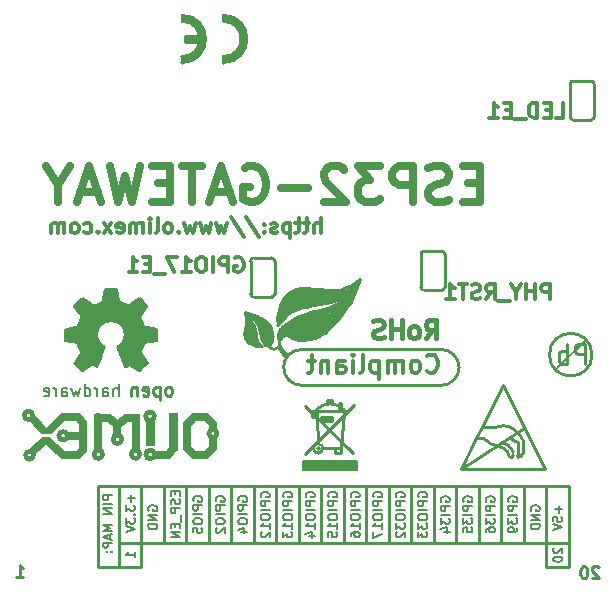
<source format=gbr>
%TF.GenerationSoftware,KiCad,Pcbnew,5.1.0-rc2-unknown-036be7d~80~ubuntu16.04.1*%
%TF.CreationDate,2024-06-10T14:47:57+03:00*%
%TF.ProjectId,ESP32-GATEWAY_Rev_I,45535033-322d-4474-9154-455741595f52,I*%
%TF.SameCoordinates,PX425f360PY7b4bf70*%
%TF.FileFunction,Legend,Bot*%
%TF.FilePolarity,Positive*%
%FSLAX46Y46*%
G04 Gerber Fmt 4.6, Leading zero omitted, Abs format (unit mm)*
G04 Created by KiCad (PCBNEW 5.1.0-rc2-unknown-036be7d~80~ubuntu16.04.1) date 2024-06-10 14:47:57*
%MOMM*%
%LPD*%
G04 APERTURE LIST*
%ADD10C,0.254000*%
%ADD11C,0.190500*%
%ADD12C,0.317500*%
%ADD13C,0.635000*%
%ADD14C,0.300000*%
%ADD15C,0.400000*%
%ADD16C,0.700000*%
%ADD17C,0.500000*%
%ADD18C,0.100000*%
%ADD19C,0.508000*%
%ADD20C,0.150000*%
%ADD21C,0.127000*%
%ADD22C,0.200000*%
%ADD23C,0.420000*%
%ADD24C,0.370000*%
%ADD25C,0.380000*%
%ADD26C,1.000000*%
%ADD27C,0.350000*%
%ADD28C,0.381000*%
%ADD29C,0.180000*%
G04 APERTURE END LIST*
D10*
X50177095Y3634620D02*
X50128714Y3683000D01*
X50031952Y3731381D01*
X49790047Y3731381D01*
X49693285Y3683000D01*
X49644904Y3634620D01*
X49596523Y3537858D01*
X49596523Y3441096D01*
X49644904Y3295953D01*
X50225476Y2715381D01*
X49596523Y2715381D01*
X48967571Y3731381D02*
X48870809Y3731381D01*
X48774047Y3683000D01*
X48725666Y3634620D01*
X48677285Y3537858D01*
X48628904Y3344334D01*
X48628904Y3102429D01*
X48677285Y2908905D01*
X48725666Y2812143D01*
X48774047Y2763762D01*
X48870809Y2715381D01*
X48967571Y2715381D01*
X49064333Y2763762D01*
X49112714Y2812143D01*
X49161095Y2908905D01*
X49209476Y3102429D01*
X49209476Y3344334D01*
X49161095Y3537858D01*
X49112714Y3634620D01*
X49064333Y3683000D01*
X48967571Y3731381D01*
X45720000Y3683000D02*
X45720000Y5715000D01*
X47625000Y5715000D02*
X47625000Y3683000D01*
X7747000Y10541000D02*
X7747000Y3683000D01*
X9525000Y3683000D02*
X9525000Y10541000D01*
X11430000Y5588000D02*
X11430000Y3683000D01*
X9525000Y3683000D02*
X11430000Y3683000D01*
D11*
X46391285Y5279572D02*
X46355000Y5243286D01*
X46318714Y5170715D01*
X46318714Y4989286D01*
X46355000Y4916715D01*
X46391285Y4880429D01*
X46463857Y4844143D01*
X46536428Y4844143D01*
X46645285Y4880429D01*
X47080714Y5315858D01*
X47080714Y4844143D01*
X46318714Y4372429D02*
X46318714Y4299858D01*
X46355000Y4227286D01*
X46391285Y4191000D01*
X46463857Y4154715D01*
X46609000Y4118429D01*
X46790428Y4118429D01*
X46935571Y4154715D01*
X47008142Y4191000D01*
X47044428Y4227286D01*
X47080714Y4299858D01*
X47080714Y4372429D01*
X47044428Y4445000D01*
X47008142Y4481286D01*
X46935571Y4517572D01*
X46790428Y4553858D01*
X46609000Y4553858D01*
X46463857Y4517572D01*
X46391285Y4481286D01*
X46355000Y4445000D01*
X46318714Y4372429D01*
D10*
X47625000Y3683000D02*
X45720000Y3683000D01*
X47625000Y10541000D02*
X47625000Y5715000D01*
X47625000Y10541000D02*
X7747000Y10541000D01*
X47625000Y5715000D02*
X9525000Y5715000D01*
X45720000Y10541000D02*
X45720000Y5715000D01*
X41910000Y10541000D02*
X41910000Y5715000D01*
X40005000Y10541000D02*
X40005000Y5715000D01*
X38100000Y10541000D02*
X38100000Y5715000D01*
X36195000Y10541000D02*
X36195000Y5715000D01*
X34290000Y10541000D02*
X34290000Y5715000D01*
X32385000Y10541000D02*
X32385000Y5715000D01*
X30480000Y10541000D02*
X30480000Y5715000D01*
X28575000Y10541000D02*
X28575000Y5715000D01*
X26670000Y10541000D02*
X26670000Y5715000D01*
X24765000Y10541000D02*
X24765000Y5715000D01*
X22860000Y10541000D02*
X22860000Y5715000D01*
X20955000Y10541000D02*
X20955000Y5715000D01*
X19050000Y10541000D02*
X19050000Y5715000D01*
X17145000Y10541000D02*
X17145000Y5715000D01*
X15240000Y10541000D02*
X15240000Y5715000D01*
X13335000Y10541000D02*
X13335000Y5715000D01*
X11430000Y10414000D02*
X11430000Y5715000D01*
X43815000Y10541000D02*
X43815000Y5715000D01*
D12*
X26639761Y31937477D02*
X26639761Y33207477D01*
X26095476Y31937477D02*
X26095476Y32602715D01*
X26155952Y32723667D01*
X26276904Y32784143D01*
X26458333Y32784143D01*
X26579285Y32723667D01*
X26639761Y32663191D01*
X25672142Y32784143D02*
X25188333Y32784143D01*
X25490714Y33207477D02*
X25490714Y32118905D01*
X25430238Y31997953D01*
X25309285Y31937477D01*
X25188333Y31937477D01*
X24946428Y32784143D02*
X24462619Y32784143D01*
X24765000Y33207477D02*
X24765000Y32118905D01*
X24704523Y31997953D01*
X24583571Y31937477D01*
X24462619Y31937477D01*
X24039285Y32784143D02*
X24039285Y31514143D01*
X24039285Y32723667D02*
X23918333Y32784143D01*
X23676428Y32784143D01*
X23555476Y32723667D01*
X23495000Y32663191D01*
X23434523Y32542239D01*
X23434523Y32179381D01*
X23495000Y32058429D01*
X23555476Y31997953D01*
X23676428Y31937477D01*
X23918333Y31937477D01*
X24039285Y31997953D01*
X22950714Y31997953D02*
X22829761Y31937477D01*
X22587857Y31937477D01*
X22466904Y31997953D01*
X22406428Y32118905D01*
X22406428Y32179381D01*
X22466904Y32300334D01*
X22587857Y32360810D01*
X22769285Y32360810D01*
X22890238Y32421286D01*
X22950714Y32542239D01*
X22950714Y32602715D01*
X22890238Y32723667D01*
X22769285Y32784143D01*
X22587857Y32784143D01*
X22466904Y32723667D01*
X21862142Y32058429D02*
X21801666Y31997953D01*
X21862142Y31937477D01*
X21922619Y31997953D01*
X21862142Y32058429D01*
X21862142Y31937477D01*
X21862142Y32723667D02*
X21801666Y32663191D01*
X21862142Y32602715D01*
X21922619Y32663191D01*
X21862142Y32723667D01*
X21862142Y32602715D01*
X20350238Y33267953D02*
X21438809Y31635096D01*
X19019761Y33267953D02*
X20108333Y31635096D01*
X18717380Y32784143D02*
X18475476Y31937477D01*
X18233571Y32542239D01*
X17991666Y31937477D01*
X17749761Y32784143D01*
X17386904Y32784143D02*
X17145000Y31937477D01*
X16903095Y32542239D01*
X16661190Y31937477D01*
X16419285Y32784143D01*
X16056428Y32784143D02*
X15814523Y31937477D01*
X15572619Y32542239D01*
X15330714Y31937477D01*
X15088809Y32784143D01*
X14605000Y32058429D02*
X14544523Y31997953D01*
X14605000Y31937477D01*
X14665476Y31997953D01*
X14605000Y32058429D01*
X14605000Y31937477D01*
X13818809Y31937477D02*
X13939761Y31997953D01*
X14000238Y32058429D01*
X14060714Y32179381D01*
X14060714Y32542239D01*
X14000238Y32663191D01*
X13939761Y32723667D01*
X13818809Y32784143D01*
X13637380Y32784143D01*
X13516428Y32723667D01*
X13455952Y32663191D01*
X13395476Y32542239D01*
X13395476Y32179381D01*
X13455952Y32058429D01*
X13516428Y31997953D01*
X13637380Y31937477D01*
X13818809Y31937477D01*
X12669761Y31937477D02*
X12790714Y31997953D01*
X12851190Y32118905D01*
X12851190Y33207477D01*
X12185952Y31937477D02*
X12185952Y32784143D01*
X12185952Y33207477D02*
X12246428Y33147000D01*
X12185952Y33086524D01*
X12125476Y33147000D01*
X12185952Y33207477D01*
X12185952Y33086524D01*
X11581190Y31937477D02*
X11581190Y32784143D01*
X11581190Y32663191D02*
X11520714Y32723667D01*
X11399761Y32784143D01*
X11218333Y32784143D01*
X11097380Y32723667D01*
X11036904Y32602715D01*
X11036904Y31937477D01*
X11036904Y32602715D02*
X10976428Y32723667D01*
X10855476Y32784143D01*
X10674047Y32784143D01*
X10553095Y32723667D01*
X10492619Y32602715D01*
X10492619Y31937477D01*
X9404047Y31997953D02*
X9525000Y31937477D01*
X9766904Y31937477D01*
X9887857Y31997953D01*
X9948333Y32118905D01*
X9948333Y32602715D01*
X9887857Y32723667D01*
X9766904Y32784143D01*
X9525000Y32784143D01*
X9404047Y32723667D01*
X9343571Y32602715D01*
X9343571Y32481762D01*
X9948333Y32360810D01*
X8920238Y31937477D02*
X8255000Y32784143D01*
X8920238Y32784143D02*
X8255000Y31937477D01*
X7771190Y32058429D02*
X7710714Y31997953D01*
X7771190Y31937477D01*
X7831666Y31997953D01*
X7771190Y32058429D01*
X7771190Y31937477D01*
X6622142Y31997953D02*
X6743095Y31937477D01*
X6985000Y31937477D01*
X7105952Y31997953D01*
X7166428Y32058429D01*
X7226904Y32179381D01*
X7226904Y32542239D01*
X7166428Y32663191D01*
X7105952Y32723667D01*
X6985000Y32784143D01*
X6743095Y32784143D01*
X6622142Y32723667D01*
X5896428Y31937477D02*
X6017380Y31997953D01*
X6077857Y32058429D01*
X6138333Y32179381D01*
X6138333Y32542239D01*
X6077857Y32663191D01*
X6017380Y32723667D01*
X5896428Y32784143D01*
X5715000Y32784143D01*
X5594047Y32723667D01*
X5533571Y32663191D01*
X5473095Y32542239D01*
X5473095Y32179381D01*
X5533571Y32058429D01*
X5594047Y31997953D01*
X5715000Y31937477D01*
X5896428Y31937477D01*
X4928809Y31937477D02*
X4928809Y32784143D01*
X4928809Y32663191D02*
X4868333Y32723667D01*
X4747380Y32784143D01*
X4565952Y32784143D01*
X4445000Y32723667D01*
X4384523Y32602715D01*
X4384523Y31937477D01*
X4384523Y32602715D02*
X4324047Y32723667D01*
X4203095Y32784143D01*
X4021666Y32784143D01*
X3900714Y32723667D01*
X3840238Y32602715D01*
X3840238Y31937477D01*
D10*
X852714Y2842381D02*
X1433285Y2842381D01*
X1143000Y2842381D02*
X1143000Y3858381D01*
X1239761Y3713239D01*
X1336523Y3616477D01*
X1433285Y3568096D01*
D13*
X40113857Y36158715D02*
X39097857Y36158715D01*
X38662428Y34562143D02*
X40113857Y34562143D01*
X40113857Y37610143D01*
X38662428Y37610143D01*
X37501285Y34707286D02*
X37065857Y34562143D01*
X36340142Y34562143D01*
X36049857Y34707286D01*
X35904714Y34852429D01*
X35759571Y35142715D01*
X35759571Y35433000D01*
X35904714Y35723286D01*
X36049857Y35868429D01*
X36340142Y36013572D01*
X36920714Y36158715D01*
X37211000Y36303858D01*
X37356142Y36449000D01*
X37501285Y36739286D01*
X37501285Y37029572D01*
X37356142Y37319858D01*
X37211000Y37465000D01*
X36920714Y37610143D01*
X36195000Y37610143D01*
X35759571Y37465000D01*
X34453285Y34562143D02*
X34453285Y37610143D01*
X33292142Y37610143D01*
X33001857Y37465000D01*
X32856714Y37319858D01*
X32711571Y37029572D01*
X32711571Y36594143D01*
X32856714Y36303858D01*
X33001857Y36158715D01*
X33292142Y36013572D01*
X34453285Y36013572D01*
X31695571Y37610143D02*
X29808714Y37610143D01*
X30824714Y36449000D01*
X30389285Y36449000D01*
X30099000Y36303858D01*
X29953857Y36158715D01*
X29808714Y35868429D01*
X29808714Y35142715D01*
X29953857Y34852429D01*
X30099000Y34707286D01*
X30389285Y34562143D01*
X31260142Y34562143D01*
X31550428Y34707286D01*
X31695571Y34852429D01*
X28647571Y37319858D02*
X28502428Y37465000D01*
X28212142Y37610143D01*
X27486428Y37610143D01*
X27196142Y37465000D01*
X27051000Y37319858D01*
X26905857Y37029572D01*
X26905857Y36739286D01*
X27051000Y36303858D01*
X28792714Y34562143D01*
X26905857Y34562143D01*
X25599571Y35723286D02*
X23277285Y35723286D01*
X20229285Y37465000D02*
X20519571Y37610143D01*
X20955000Y37610143D01*
X21390428Y37465000D01*
X21680714Y37174715D01*
X21825857Y36884429D01*
X21971000Y36303858D01*
X21971000Y35868429D01*
X21825857Y35287858D01*
X21680714Y34997572D01*
X21390428Y34707286D01*
X20955000Y34562143D01*
X20664714Y34562143D01*
X20229285Y34707286D01*
X20084142Y34852429D01*
X20084142Y35868429D01*
X20664714Y35868429D01*
X18923000Y35433000D02*
X17471571Y35433000D01*
X19213285Y34562143D02*
X18197285Y37610143D01*
X17181285Y34562143D01*
X16600714Y37610143D02*
X14859000Y37610143D01*
X15729857Y34562143D02*
X15729857Y37610143D01*
X13843000Y36158715D02*
X12827000Y36158715D01*
X12391571Y34562143D02*
X13843000Y34562143D01*
X13843000Y37610143D01*
X12391571Y37610143D01*
X11375571Y37610143D02*
X10649857Y34562143D01*
X10069285Y36739286D01*
X9488714Y34562143D01*
X8763000Y37610143D01*
X7747000Y35433000D02*
X6295571Y35433000D01*
X8037285Y34562143D02*
X7021285Y37610143D01*
X6005285Y34562143D01*
X4408714Y36013572D02*
X4408714Y34562143D01*
X5424714Y37610143D02*
X4408714Y36013572D01*
X3392714Y37610143D01*
D11*
X46790428Y8853715D02*
X46790428Y8273143D01*
X47080714Y8563429D02*
X46500142Y8563429D01*
X46318714Y7547429D02*
X46318714Y7910286D01*
X46681571Y7946572D01*
X46645285Y7910286D01*
X46609000Y7837715D01*
X46609000Y7656286D01*
X46645285Y7583715D01*
X46681571Y7547429D01*
X46754142Y7511143D01*
X46935571Y7511143D01*
X47008142Y7547429D01*
X47044428Y7583715D01*
X47080714Y7656286D01*
X47080714Y7837715D01*
X47044428Y7910286D01*
X47008142Y7946572D01*
X46318714Y7293429D02*
X47080714Y7039429D01*
X46318714Y6785429D01*
X42545000Y9216572D02*
X42508714Y9289143D01*
X42508714Y9398000D01*
X42545000Y9506858D01*
X42617571Y9579429D01*
X42690142Y9615715D01*
X42835285Y9652000D01*
X42944142Y9652000D01*
X43089285Y9615715D01*
X43161857Y9579429D01*
X43234428Y9506858D01*
X43270714Y9398000D01*
X43270714Y9325429D01*
X43234428Y9216572D01*
X43198142Y9180286D01*
X42944142Y9180286D01*
X42944142Y9325429D01*
X43270714Y8853715D02*
X42508714Y8853715D01*
X42508714Y8563429D01*
X42545000Y8490858D01*
X42581285Y8454572D01*
X42653857Y8418286D01*
X42762714Y8418286D01*
X42835285Y8454572D01*
X42871571Y8490858D01*
X42907857Y8563429D01*
X42907857Y8853715D01*
X43270714Y8091715D02*
X42508714Y8091715D01*
X42508714Y7801429D02*
X42508714Y7329715D01*
X42799000Y7583715D01*
X42799000Y7474858D01*
X42835285Y7402286D01*
X42871571Y7366000D01*
X42944142Y7329715D01*
X43125571Y7329715D01*
X43198142Y7366000D01*
X43234428Y7402286D01*
X43270714Y7474858D01*
X43270714Y7692572D01*
X43234428Y7765143D01*
X43198142Y7801429D01*
X43270714Y6966858D02*
X43270714Y6821715D01*
X43234428Y6749143D01*
X43198142Y6712858D01*
X43089285Y6640286D01*
X42944142Y6604000D01*
X42653857Y6604000D01*
X42581285Y6640286D01*
X42545000Y6676572D01*
X42508714Y6749143D01*
X42508714Y6894286D01*
X42545000Y6966858D01*
X42581285Y7003143D01*
X42653857Y7039429D01*
X42835285Y7039429D01*
X42907857Y7003143D01*
X42944142Y6966858D01*
X42980428Y6894286D01*
X42980428Y6749143D01*
X42944142Y6676572D01*
X42907857Y6640286D01*
X42835285Y6604000D01*
X44450000Y8454572D02*
X44413714Y8527143D01*
X44413714Y8636000D01*
X44450000Y8744858D01*
X44522571Y8817429D01*
X44595142Y8853715D01*
X44740285Y8890000D01*
X44849142Y8890000D01*
X44994285Y8853715D01*
X45066857Y8817429D01*
X45139428Y8744858D01*
X45175714Y8636000D01*
X45175714Y8563429D01*
X45139428Y8454572D01*
X45103142Y8418286D01*
X44849142Y8418286D01*
X44849142Y8563429D01*
X45175714Y8091715D02*
X44413714Y8091715D01*
X45175714Y7656286D01*
X44413714Y7656286D01*
X45175714Y7293429D02*
X44413714Y7293429D01*
X44413714Y7112000D01*
X44450000Y7003143D01*
X44522571Y6930572D01*
X44595142Y6894286D01*
X44740285Y6858000D01*
X44849142Y6858000D01*
X44994285Y6894286D01*
X45066857Y6930572D01*
X45139428Y7003143D01*
X45175714Y7112000D01*
X45175714Y7293429D01*
X40640000Y9216572D02*
X40603714Y9289143D01*
X40603714Y9398000D01*
X40640000Y9506858D01*
X40712571Y9579429D01*
X40785142Y9615715D01*
X40930285Y9652000D01*
X41039142Y9652000D01*
X41184285Y9615715D01*
X41256857Y9579429D01*
X41329428Y9506858D01*
X41365714Y9398000D01*
X41365714Y9325429D01*
X41329428Y9216572D01*
X41293142Y9180286D01*
X41039142Y9180286D01*
X41039142Y9325429D01*
X41365714Y8853715D02*
X40603714Y8853715D01*
X40603714Y8563429D01*
X40640000Y8490858D01*
X40676285Y8454572D01*
X40748857Y8418286D01*
X40857714Y8418286D01*
X40930285Y8454572D01*
X40966571Y8490858D01*
X41002857Y8563429D01*
X41002857Y8853715D01*
X41365714Y8091715D02*
X40603714Y8091715D01*
X40603714Y7801429D02*
X40603714Y7329715D01*
X40894000Y7583715D01*
X40894000Y7474858D01*
X40930285Y7402286D01*
X40966571Y7366000D01*
X41039142Y7329715D01*
X41220571Y7329715D01*
X41293142Y7366000D01*
X41329428Y7402286D01*
X41365714Y7474858D01*
X41365714Y7692572D01*
X41329428Y7765143D01*
X41293142Y7801429D01*
X40603714Y6676572D02*
X40603714Y6821715D01*
X40640000Y6894286D01*
X40676285Y6930572D01*
X40785142Y7003143D01*
X40930285Y7039429D01*
X41220571Y7039429D01*
X41293142Y7003143D01*
X41329428Y6966858D01*
X41365714Y6894286D01*
X41365714Y6749143D01*
X41329428Y6676572D01*
X41293142Y6640286D01*
X41220571Y6604000D01*
X41039142Y6604000D01*
X40966571Y6640286D01*
X40930285Y6676572D01*
X40894000Y6749143D01*
X40894000Y6894286D01*
X40930285Y6966858D01*
X40966571Y7003143D01*
X41039142Y7039429D01*
X38735000Y9216572D02*
X38698714Y9289143D01*
X38698714Y9398000D01*
X38735000Y9506858D01*
X38807571Y9579429D01*
X38880142Y9615715D01*
X39025285Y9652000D01*
X39134142Y9652000D01*
X39279285Y9615715D01*
X39351857Y9579429D01*
X39424428Y9506858D01*
X39460714Y9398000D01*
X39460714Y9325429D01*
X39424428Y9216572D01*
X39388142Y9180286D01*
X39134142Y9180286D01*
X39134142Y9325429D01*
X39460714Y8853715D02*
X38698714Y8853715D01*
X38698714Y8563429D01*
X38735000Y8490858D01*
X38771285Y8454572D01*
X38843857Y8418286D01*
X38952714Y8418286D01*
X39025285Y8454572D01*
X39061571Y8490858D01*
X39097857Y8563429D01*
X39097857Y8853715D01*
X39460714Y8091715D02*
X38698714Y8091715D01*
X38698714Y7801429D02*
X38698714Y7329715D01*
X38989000Y7583715D01*
X38989000Y7474858D01*
X39025285Y7402286D01*
X39061571Y7366000D01*
X39134142Y7329715D01*
X39315571Y7329715D01*
X39388142Y7366000D01*
X39424428Y7402286D01*
X39460714Y7474858D01*
X39460714Y7692572D01*
X39424428Y7765143D01*
X39388142Y7801429D01*
X38698714Y6640286D02*
X38698714Y7003143D01*
X39061571Y7039429D01*
X39025285Y7003143D01*
X38989000Y6930572D01*
X38989000Y6749143D01*
X39025285Y6676572D01*
X39061571Y6640286D01*
X39134142Y6604000D01*
X39315571Y6604000D01*
X39388142Y6640286D01*
X39424428Y6676572D01*
X39460714Y6749143D01*
X39460714Y6930572D01*
X39424428Y7003143D01*
X39388142Y7039429D01*
X36830000Y9216572D02*
X36793714Y9289143D01*
X36793714Y9398000D01*
X36830000Y9506858D01*
X36902571Y9579429D01*
X36975142Y9615715D01*
X37120285Y9652000D01*
X37229142Y9652000D01*
X37374285Y9615715D01*
X37446857Y9579429D01*
X37519428Y9506858D01*
X37555714Y9398000D01*
X37555714Y9325429D01*
X37519428Y9216572D01*
X37483142Y9180286D01*
X37229142Y9180286D01*
X37229142Y9325429D01*
X37555714Y8853715D02*
X36793714Y8853715D01*
X36793714Y8563429D01*
X36830000Y8490858D01*
X36866285Y8454572D01*
X36938857Y8418286D01*
X37047714Y8418286D01*
X37120285Y8454572D01*
X37156571Y8490858D01*
X37192857Y8563429D01*
X37192857Y8853715D01*
X37555714Y8091715D02*
X36793714Y8091715D01*
X36793714Y7801429D02*
X36793714Y7329715D01*
X37084000Y7583715D01*
X37084000Y7474858D01*
X37120285Y7402286D01*
X37156571Y7366000D01*
X37229142Y7329715D01*
X37410571Y7329715D01*
X37483142Y7366000D01*
X37519428Y7402286D01*
X37555714Y7474858D01*
X37555714Y7692572D01*
X37519428Y7765143D01*
X37483142Y7801429D01*
X37047714Y6676572D02*
X37555714Y6676572D01*
X36757428Y6858000D02*
X37301714Y7039429D01*
X37301714Y6567715D01*
X34925000Y9615715D02*
X34888714Y9688286D01*
X34888714Y9797143D01*
X34925000Y9906000D01*
X34997571Y9978572D01*
X35070142Y10014858D01*
X35215285Y10051143D01*
X35324142Y10051143D01*
X35469285Y10014858D01*
X35541857Y9978572D01*
X35614428Y9906000D01*
X35650714Y9797143D01*
X35650714Y9724572D01*
X35614428Y9615715D01*
X35578142Y9579429D01*
X35324142Y9579429D01*
X35324142Y9724572D01*
X35650714Y9252858D02*
X34888714Y9252858D01*
X34888714Y8962572D01*
X34925000Y8890000D01*
X34961285Y8853715D01*
X35033857Y8817429D01*
X35142714Y8817429D01*
X35215285Y8853715D01*
X35251571Y8890000D01*
X35287857Y8962572D01*
X35287857Y9252858D01*
X35650714Y8490858D02*
X34888714Y8490858D01*
X34888714Y7982858D02*
X34888714Y7837715D01*
X34925000Y7765143D01*
X34997571Y7692572D01*
X35142714Y7656286D01*
X35396714Y7656286D01*
X35541857Y7692572D01*
X35614428Y7765143D01*
X35650714Y7837715D01*
X35650714Y7982858D01*
X35614428Y8055429D01*
X35541857Y8128000D01*
X35396714Y8164286D01*
X35142714Y8164286D01*
X34997571Y8128000D01*
X34925000Y8055429D01*
X34888714Y7982858D01*
X34888714Y7402286D02*
X34888714Y6930572D01*
X35179000Y7184572D01*
X35179000Y7075715D01*
X35215285Y7003143D01*
X35251571Y6966858D01*
X35324142Y6930572D01*
X35505571Y6930572D01*
X35578142Y6966858D01*
X35614428Y7003143D01*
X35650714Y7075715D01*
X35650714Y7293429D01*
X35614428Y7366000D01*
X35578142Y7402286D01*
X34888714Y6676572D02*
X34888714Y6204858D01*
X35179000Y6458858D01*
X35179000Y6350000D01*
X35215285Y6277429D01*
X35251571Y6241143D01*
X35324142Y6204858D01*
X35505571Y6204858D01*
X35578142Y6241143D01*
X35614428Y6277429D01*
X35650714Y6350000D01*
X35650714Y6567715D01*
X35614428Y6640286D01*
X35578142Y6676572D01*
X33020000Y9615715D02*
X32983714Y9688286D01*
X32983714Y9797143D01*
X33020000Y9906000D01*
X33092571Y9978572D01*
X33165142Y10014858D01*
X33310285Y10051143D01*
X33419142Y10051143D01*
X33564285Y10014858D01*
X33636857Y9978572D01*
X33709428Y9906000D01*
X33745714Y9797143D01*
X33745714Y9724572D01*
X33709428Y9615715D01*
X33673142Y9579429D01*
X33419142Y9579429D01*
X33419142Y9724572D01*
X33745714Y9252858D02*
X32983714Y9252858D01*
X32983714Y8962572D01*
X33020000Y8890000D01*
X33056285Y8853715D01*
X33128857Y8817429D01*
X33237714Y8817429D01*
X33310285Y8853715D01*
X33346571Y8890000D01*
X33382857Y8962572D01*
X33382857Y9252858D01*
X33745714Y8490858D02*
X32983714Y8490858D01*
X32983714Y7982858D02*
X32983714Y7837715D01*
X33020000Y7765143D01*
X33092571Y7692572D01*
X33237714Y7656286D01*
X33491714Y7656286D01*
X33636857Y7692572D01*
X33709428Y7765143D01*
X33745714Y7837715D01*
X33745714Y7982858D01*
X33709428Y8055429D01*
X33636857Y8128000D01*
X33491714Y8164286D01*
X33237714Y8164286D01*
X33092571Y8128000D01*
X33020000Y8055429D01*
X32983714Y7982858D01*
X32983714Y7402286D02*
X32983714Y6930572D01*
X33274000Y7184572D01*
X33274000Y7075715D01*
X33310285Y7003143D01*
X33346571Y6966858D01*
X33419142Y6930572D01*
X33600571Y6930572D01*
X33673142Y6966858D01*
X33709428Y7003143D01*
X33745714Y7075715D01*
X33745714Y7293429D01*
X33709428Y7366000D01*
X33673142Y7402286D01*
X33056285Y6640286D02*
X33020000Y6604000D01*
X32983714Y6531429D01*
X32983714Y6350000D01*
X33020000Y6277429D01*
X33056285Y6241143D01*
X33128857Y6204858D01*
X33201428Y6204858D01*
X33310285Y6241143D01*
X33745714Y6676572D01*
X33745714Y6204858D01*
D10*
X7747000Y3683000D02*
X9525000Y3683000D01*
D11*
X8980714Y9760858D02*
X8218714Y9760858D01*
X8218714Y9470572D01*
X8255000Y9398000D01*
X8291285Y9361715D01*
X8363857Y9325429D01*
X8472714Y9325429D01*
X8545285Y9361715D01*
X8581571Y9398000D01*
X8617857Y9470572D01*
X8617857Y9760858D01*
X8980714Y8998858D02*
X8218714Y8998858D01*
X8980714Y8636000D02*
X8218714Y8636000D01*
X8980714Y8200572D01*
X8218714Y8200572D01*
X8980714Y7257143D02*
X8218714Y7257143D01*
X8763000Y7003143D01*
X8218714Y6749143D01*
X8980714Y6749143D01*
X8763000Y6422572D02*
X8763000Y6059715D01*
X8980714Y6495143D02*
X8218714Y6241143D01*
X8980714Y5987143D01*
X8980714Y5733143D02*
X8218714Y5733143D01*
X8218714Y5442858D01*
X8255000Y5370286D01*
X8291285Y5334000D01*
X8363857Y5297715D01*
X8472714Y5297715D01*
X8545285Y5334000D01*
X8581571Y5370286D01*
X8617857Y5442858D01*
X8617857Y5733143D01*
X8908142Y4971143D02*
X8944428Y4934858D01*
X8980714Y4971143D01*
X8944428Y5007429D01*
X8908142Y4971143D01*
X8980714Y4971143D01*
X8509000Y4971143D02*
X8545285Y4934858D01*
X8581571Y4971143D01*
X8545285Y5007429D01*
X8509000Y4971143D01*
X8581571Y4971143D01*
X31115000Y9615715D02*
X31078714Y9688286D01*
X31078714Y9797143D01*
X31115000Y9906000D01*
X31187571Y9978572D01*
X31260142Y10014858D01*
X31405285Y10051143D01*
X31514142Y10051143D01*
X31659285Y10014858D01*
X31731857Y9978572D01*
X31804428Y9906000D01*
X31840714Y9797143D01*
X31840714Y9724572D01*
X31804428Y9615715D01*
X31768142Y9579429D01*
X31514142Y9579429D01*
X31514142Y9724572D01*
X31840714Y9252858D02*
X31078714Y9252858D01*
X31078714Y8962572D01*
X31115000Y8890000D01*
X31151285Y8853715D01*
X31223857Y8817429D01*
X31332714Y8817429D01*
X31405285Y8853715D01*
X31441571Y8890000D01*
X31477857Y8962572D01*
X31477857Y9252858D01*
X31840714Y8490858D02*
X31078714Y8490858D01*
X31078714Y7982858D02*
X31078714Y7837715D01*
X31115000Y7765143D01*
X31187571Y7692572D01*
X31332714Y7656286D01*
X31586714Y7656286D01*
X31731857Y7692572D01*
X31804428Y7765143D01*
X31840714Y7837715D01*
X31840714Y7982858D01*
X31804428Y8055429D01*
X31731857Y8128000D01*
X31586714Y8164286D01*
X31332714Y8164286D01*
X31187571Y8128000D01*
X31115000Y8055429D01*
X31078714Y7982858D01*
X31840714Y6930572D02*
X31840714Y7366000D01*
X31840714Y7148286D02*
X31078714Y7148286D01*
X31187571Y7220858D01*
X31260142Y7293429D01*
X31296428Y7366000D01*
X31078714Y6676572D02*
X31078714Y6168572D01*
X31840714Y6495143D01*
X29210000Y9615715D02*
X29173714Y9688286D01*
X29173714Y9797143D01*
X29210000Y9906000D01*
X29282571Y9978572D01*
X29355142Y10014858D01*
X29500285Y10051143D01*
X29609142Y10051143D01*
X29754285Y10014858D01*
X29826857Y9978572D01*
X29899428Y9906000D01*
X29935714Y9797143D01*
X29935714Y9724572D01*
X29899428Y9615715D01*
X29863142Y9579429D01*
X29609142Y9579429D01*
X29609142Y9724572D01*
X29935714Y9252858D02*
X29173714Y9252858D01*
X29173714Y8962572D01*
X29210000Y8890000D01*
X29246285Y8853715D01*
X29318857Y8817429D01*
X29427714Y8817429D01*
X29500285Y8853715D01*
X29536571Y8890000D01*
X29572857Y8962572D01*
X29572857Y9252858D01*
X29935714Y8490858D02*
X29173714Y8490858D01*
X29173714Y7982858D02*
X29173714Y7837715D01*
X29210000Y7765143D01*
X29282571Y7692572D01*
X29427714Y7656286D01*
X29681714Y7656286D01*
X29826857Y7692572D01*
X29899428Y7765143D01*
X29935714Y7837715D01*
X29935714Y7982858D01*
X29899428Y8055429D01*
X29826857Y8128000D01*
X29681714Y8164286D01*
X29427714Y8164286D01*
X29282571Y8128000D01*
X29210000Y8055429D01*
X29173714Y7982858D01*
X29935714Y6930572D02*
X29935714Y7366000D01*
X29935714Y7148286D02*
X29173714Y7148286D01*
X29282571Y7220858D01*
X29355142Y7293429D01*
X29391428Y7366000D01*
X29173714Y6277429D02*
X29173714Y6422572D01*
X29210000Y6495143D01*
X29246285Y6531429D01*
X29355142Y6604000D01*
X29500285Y6640286D01*
X29790571Y6640286D01*
X29863142Y6604000D01*
X29899428Y6567715D01*
X29935714Y6495143D01*
X29935714Y6350000D01*
X29899428Y6277429D01*
X29863142Y6241143D01*
X29790571Y6204858D01*
X29609142Y6204858D01*
X29536571Y6241143D01*
X29500285Y6277429D01*
X29464000Y6350000D01*
X29464000Y6495143D01*
X29500285Y6567715D01*
X29536571Y6604000D01*
X29609142Y6640286D01*
X27305000Y9615715D02*
X27268714Y9688286D01*
X27268714Y9797143D01*
X27305000Y9906000D01*
X27377571Y9978572D01*
X27450142Y10014858D01*
X27595285Y10051143D01*
X27704142Y10051143D01*
X27849285Y10014858D01*
X27921857Y9978572D01*
X27994428Y9906000D01*
X28030714Y9797143D01*
X28030714Y9724572D01*
X27994428Y9615715D01*
X27958142Y9579429D01*
X27704142Y9579429D01*
X27704142Y9724572D01*
X28030714Y9252858D02*
X27268714Y9252858D01*
X27268714Y8962572D01*
X27305000Y8890000D01*
X27341285Y8853715D01*
X27413857Y8817429D01*
X27522714Y8817429D01*
X27595285Y8853715D01*
X27631571Y8890000D01*
X27667857Y8962572D01*
X27667857Y9252858D01*
X28030714Y8490858D02*
X27268714Y8490858D01*
X27268714Y7982858D02*
X27268714Y7837715D01*
X27305000Y7765143D01*
X27377571Y7692572D01*
X27522714Y7656286D01*
X27776714Y7656286D01*
X27921857Y7692572D01*
X27994428Y7765143D01*
X28030714Y7837715D01*
X28030714Y7982858D01*
X27994428Y8055429D01*
X27921857Y8128000D01*
X27776714Y8164286D01*
X27522714Y8164286D01*
X27377571Y8128000D01*
X27305000Y8055429D01*
X27268714Y7982858D01*
X28030714Y6930572D02*
X28030714Y7366000D01*
X28030714Y7148286D02*
X27268714Y7148286D01*
X27377571Y7220858D01*
X27450142Y7293429D01*
X27486428Y7366000D01*
X27268714Y6241143D02*
X27268714Y6604000D01*
X27631571Y6640286D01*
X27595285Y6604000D01*
X27559000Y6531429D01*
X27559000Y6350000D01*
X27595285Y6277429D01*
X27631571Y6241143D01*
X27704142Y6204858D01*
X27885571Y6204858D01*
X27958142Y6241143D01*
X27994428Y6277429D01*
X28030714Y6350000D01*
X28030714Y6531429D01*
X27994428Y6604000D01*
X27958142Y6640286D01*
X25400000Y9615715D02*
X25363714Y9688286D01*
X25363714Y9797143D01*
X25400000Y9906000D01*
X25472571Y9978572D01*
X25545142Y10014858D01*
X25690285Y10051143D01*
X25799142Y10051143D01*
X25944285Y10014858D01*
X26016857Y9978572D01*
X26089428Y9906000D01*
X26125714Y9797143D01*
X26125714Y9724572D01*
X26089428Y9615715D01*
X26053142Y9579429D01*
X25799142Y9579429D01*
X25799142Y9724572D01*
X26125714Y9252858D02*
X25363714Y9252858D01*
X25363714Y8962572D01*
X25400000Y8890000D01*
X25436285Y8853715D01*
X25508857Y8817429D01*
X25617714Y8817429D01*
X25690285Y8853715D01*
X25726571Y8890000D01*
X25762857Y8962572D01*
X25762857Y9252858D01*
X26125714Y8490858D02*
X25363714Y8490858D01*
X25363714Y7982858D02*
X25363714Y7837715D01*
X25400000Y7765143D01*
X25472571Y7692572D01*
X25617714Y7656286D01*
X25871714Y7656286D01*
X26016857Y7692572D01*
X26089428Y7765143D01*
X26125714Y7837715D01*
X26125714Y7982858D01*
X26089428Y8055429D01*
X26016857Y8128000D01*
X25871714Y8164286D01*
X25617714Y8164286D01*
X25472571Y8128000D01*
X25400000Y8055429D01*
X25363714Y7982858D01*
X26125714Y6930572D02*
X26125714Y7366000D01*
X26125714Y7148286D02*
X25363714Y7148286D01*
X25472571Y7220858D01*
X25545142Y7293429D01*
X25581428Y7366000D01*
X25617714Y6277429D02*
X26125714Y6277429D01*
X25327428Y6458858D02*
X25871714Y6640286D01*
X25871714Y6168572D01*
X23495000Y9615715D02*
X23458714Y9688286D01*
X23458714Y9797143D01*
X23495000Y9906000D01*
X23567571Y9978572D01*
X23640142Y10014858D01*
X23785285Y10051143D01*
X23894142Y10051143D01*
X24039285Y10014858D01*
X24111857Y9978572D01*
X24184428Y9906000D01*
X24220714Y9797143D01*
X24220714Y9724572D01*
X24184428Y9615715D01*
X24148142Y9579429D01*
X23894142Y9579429D01*
X23894142Y9724572D01*
X24220714Y9252858D02*
X23458714Y9252858D01*
X23458714Y8962572D01*
X23495000Y8890000D01*
X23531285Y8853715D01*
X23603857Y8817429D01*
X23712714Y8817429D01*
X23785285Y8853715D01*
X23821571Y8890000D01*
X23857857Y8962572D01*
X23857857Y9252858D01*
X24220714Y8490858D02*
X23458714Y8490858D01*
X23458714Y7982858D02*
X23458714Y7837715D01*
X23495000Y7765143D01*
X23567571Y7692572D01*
X23712714Y7656286D01*
X23966714Y7656286D01*
X24111857Y7692572D01*
X24184428Y7765143D01*
X24220714Y7837715D01*
X24220714Y7982858D01*
X24184428Y8055429D01*
X24111857Y8128000D01*
X23966714Y8164286D01*
X23712714Y8164286D01*
X23567571Y8128000D01*
X23495000Y8055429D01*
X23458714Y7982858D01*
X24220714Y6930572D02*
X24220714Y7366000D01*
X24220714Y7148286D02*
X23458714Y7148286D01*
X23567571Y7220858D01*
X23640142Y7293429D01*
X23676428Y7366000D01*
X23458714Y6676572D02*
X23458714Y6204858D01*
X23749000Y6458858D01*
X23749000Y6350000D01*
X23785285Y6277429D01*
X23821571Y6241143D01*
X23894142Y6204858D01*
X24075571Y6204858D01*
X24148142Y6241143D01*
X24184428Y6277429D01*
X24220714Y6350000D01*
X24220714Y6567715D01*
X24184428Y6640286D01*
X24148142Y6676572D01*
X21590000Y9615715D02*
X21553714Y9688286D01*
X21553714Y9797143D01*
X21590000Y9906000D01*
X21662571Y9978572D01*
X21735142Y10014858D01*
X21880285Y10051143D01*
X21989142Y10051143D01*
X22134285Y10014858D01*
X22206857Y9978572D01*
X22279428Y9906000D01*
X22315714Y9797143D01*
X22315714Y9724572D01*
X22279428Y9615715D01*
X22243142Y9579429D01*
X21989142Y9579429D01*
X21989142Y9724572D01*
X22315714Y9252858D02*
X21553714Y9252858D01*
X21553714Y8962572D01*
X21590000Y8890000D01*
X21626285Y8853715D01*
X21698857Y8817429D01*
X21807714Y8817429D01*
X21880285Y8853715D01*
X21916571Y8890000D01*
X21952857Y8962572D01*
X21952857Y9252858D01*
X22315714Y8490858D02*
X21553714Y8490858D01*
X21553714Y7982858D02*
X21553714Y7837715D01*
X21590000Y7765143D01*
X21662571Y7692572D01*
X21807714Y7656286D01*
X22061714Y7656286D01*
X22206857Y7692572D01*
X22279428Y7765143D01*
X22315714Y7837715D01*
X22315714Y7982858D01*
X22279428Y8055429D01*
X22206857Y8128000D01*
X22061714Y8164286D01*
X21807714Y8164286D01*
X21662571Y8128000D01*
X21590000Y8055429D01*
X21553714Y7982858D01*
X22315714Y6930572D02*
X22315714Y7366000D01*
X22315714Y7148286D02*
X21553714Y7148286D01*
X21662571Y7220858D01*
X21735142Y7293429D01*
X21771428Y7366000D01*
X21626285Y6640286D02*
X21590000Y6604000D01*
X21553714Y6531429D01*
X21553714Y6350000D01*
X21590000Y6277429D01*
X21626285Y6241143D01*
X21698857Y6204858D01*
X21771428Y6204858D01*
X21880285Y6241143D01*
X22315714Y6676572D01*
X22315714Y6204858D01*
X19685000Y9252858D02*
X19648714Y9325429D01*
X19648714Y9434286D01*
X19685000Y9543143D01*
X19757571Y9615715D01*
X19830142Y9652000D01*
X19975285Y9688286D01*
X20084142Y9688286D01*
X20229285Y9652000D01*
X20301857Y9615715D01*
X20374428Y9543143D01*
X20410714Y9434286D01*
X20410714Y9361715D01*
X20374428Y9252858D01*
X20338142Y9216572D01*
X20084142Y9216572D01*
X20084142Y9361715D01*
X20410714Y8890000D02*
X19648714Y8890000D01*
X19648714Y8599715D01*
X19685000Y8527143D01*
X19721285Y8490858D01*
X19793857Y8454572D01*
X19902714Y8454572D01*
X19975285Y8490858D01*
X20011571Y8527143D01*
X20047857Y8599715D01*
X20047857Y8890000D01*
X20410714Y8128000D02*
X19648714Y8128000D01*
X19648714Y7620000D02*
X19648714Y7474858D01*
X19685000Y7402286D01*
X19757571Y7329715D01*
X19902714Y7293429D01*
X20156714Y7293429D01*
X20301857Y7329715D01*
X20374428Y7402286D01*
X20410714Y7474858D01*
X20410714Y7620000D01*
X20374428Y7692572D01*
X20301857Y7765143D01*
X20156714Y7801429D01*
X19902714Y7801429D01*
X19757571Y7765143D01*
X19685000Y7692572D01*
X19648714Y7620000D01*
X19902714Y6640286D02*
X20410714Y6640286D01*
X19612428Y6821715D02*
X20156714Y7003143D01*
X20156714Y6531429D01*
X17780000Y9252858D02*
X17743714Y9325429D01*
X17743714Y9434286D01*
X17780000Y9543143D01*
X17852571Y9615715D01*
X17925142Y9652000D01*
X18070285Y9688286D01*
X18179142Y9688286D01*
X18324285Y9652000D01*
X18396857Y9615715D01*
X18469428Y9543143D01*
X18505714Y9434286D01*
X18505714Y9361715D01*
X18469428Y9252858D01*
X18433142Y9216572D01*
X18179142Y9216572D01*
X18179142Y9361715D01*
X18505714Y8890000D02*
X17743714Y8890000D01*
X17743714Y8599715D01*
X17780000Y8527143D01*
X17816285Y8490858D01*
X17888857Y8454572D01*
X17997714Y8454572D01*
X18070285Y8490858D01*
X18106571Y8527143D01*
X18142857Y8599715D01*
X18142857Y8890000D01*
X18505714Y8128000D02*
X17743714Y8128000D01*
X17743714Y7620000D02*
X17743714Y7474858D01*
X17780000Y7402286D01*
X17852571Y7329715D01*
X17997714Y7293429D01*
X18251714Y7293429D01*
X18396857Y7329715D01*
X18469428Y7402286D01*
X18505714Y7474858D01*
X18505714Y7620000D01*
X18469428Y7692572D01*
X18396857Y7765143D01*
X18251714Y7801429D01*
X17997714Y7801429D01*
X17852571Y7765143D01*
X17780000Y7692572D01*
X17743714Y7620000D01*
X17816285Y7003143D02*
X17780000Y6966858D01*
X17743714Y6894286D01*
X17743714Y6712858D01*
X17780000Y6640286D01*
X17816285Y6604000D01*
X17888857Y6567715D01*
X17961428Y6567715D01*
X18070285Y6604000D01*
X18505714Y7039429D01*
X18505714Y6567715D01*
X15875000Y9252858D02*
X15838714Y9325429D01*
X15838714Y9434286D01*
X15875000Y9543143D01*
X15947571Y9615715D01*
X16020142Y9652000D01*
X16165285Y9688286D01*
X16274142Y9688286D01*
X16419285Y9652000D01*
X16491857Y9615715D01*
X16564428Y9543143D01*
X16600714Y9434286D01*
X16600714Y9361715D01*
X16564428Y9252858D01*
X16528142Y9216572D01*
X16274142Y9216572D01*
X16274142Y9361715D01*
X16600714Y8890000D02*
X15838714Y8890000D01*
X15838714Y8599715D01*
X15875000Y8527143D01*
X15911285Y8490858D01*
X15983857Y8454572D01*
X16092714Y8454572D01*
X16165285Y8490858D01*
X16201571Y8527143D01*
X16237857Y8599715D01*
X16237857Y8890000D01*
X16600714Y8128000D02*
X15838714Y8128000D01*
X15838714Y7620000D02*
X15838714Y7474858D01*
X15875000Y7402286D01*
X15947571Y7329715D01*
X16092714Y7293429D01*
X16346714Y7293429D01*
X16491857Y7329715D01*
X16564428Y7402286D01*
X16600714Y7474858D01*
X16600714Y7620000D01*
X16564428Y7692572D01*
X16491857Y7765143D01*
X16346714Y7801429D01*
X16092714Y7801429D01*
X15947571Y7765143D01*
X15875000Y7692572D01*
X15838714Y7620000D01*
X15838714Y6604000D02*
X15838714Y6966858D01*
X16201571Y7003143D01*
X16165285Y6966858D01*
X16129000Y6894286D01*
X16129000Y6712858D01*
X16165285Y6640286D01*
X16201571Y6604000D01*
X16274142Y6567715D01*
X16455571Y6567715D01*
X16528142Y6604000D01*
X16564428Y6640286D01*
X16600714Y6712858D01*
X16600714Y6894286D01*
X16564428Y6966858D01*
X16528142Y7003143D01*
X14296571Y10069286D02*
X14296571Y9815286D01*
X14695714Y9706429D02*
X14695714Y10069286D01*
X13933714Y10069286D01*
X13933714Y9706429D01*
X14659428Y9416143D02*
X14695714Y9307286D01*
X14695714Y9125858D01*
X14659428Y9053286D01*
X14623142Y9017000D01*
X14550571Y8980715D01*
X14478000Y8980715D01*
X14405428Y9017000D01*
X14369142Y9053286D01*
X14332857Y9125858D01*
X14296571Y9271000D01*
X14260285Y9343572D01*
X14224000Y9379858D01*
X14151428Y9416143D01*
X14078857Y9416143D01*
X14006285Y9379858D01*
X13970000Y9343572D01*
X13933714Y9271000D01*
X13933714Y9089572D01*
X13970000Y8980715D01*
X14695714Y8654143D02*
X13933714Y8654143D01*
X13933714Y8363858D01*
X13970000Y8291286D01*
X14006285Y8255000D01*
X14078857Y8218715D01*
X14187714Y8218715D01*
X14260285Y8255000D01*
X14296571Y8291286D01*
X14332857Y8363858D01*
X14332857Y8654143D01*
X14768285Y8073572D02*
X14768285Y7493000D01*
X14296571Y7311572D02*
X14296571Y7057572D01*
X14695714Y6948715D02*
X14695714Y7311572D01*
X13933714Y7311572D01*
X13933714Y6948715D01*
X14695714Y6622143D02*
X13933714Y6622143D01*
X14695714Y6186715D01*
X13933714Y6186715D01*
X10885714Y4481286D02*
X10885714Y4916715D01*
X10885714Y4699000D02*
X10123714Y4699000D01*
X10232571Y4771572D01*
X10305142Y4844143D01*
X10341428Y4916715D01*
X12065000Y8454572D02*
X12028714Y8527143D01*
X12028714Y8636000D01*
X12065000Y8744858D01*
X12137571Y8817429D01*
X12210142Y8853715D01*
X12355285Y8890000D01*
X12464142Y8890000D01*
X12609285Y8853715D01*
X12681857Y8817429D01*
X12754428Y8744858D01*
X12790714Y8636000D01*
X12790714Y8563429D01*
X12754428Y8454572D01*
X12718142Y8418286D01*
X12464142Y8418286D01*
X12464142Y8563429D01*
X12790714Y8091715D02*
X12028714Y8091715D01*
X12790714Y7656286D01*
X12028714Y7656286D01*
X12790714Y7293429D02*
X12028714Y7293429D01*
X12028714Y7112000D01*
X12065000Y7003143D01*
X12137571Y6930572D01*
X12210142Y6894286D01*
X12355285Y6858000D01*
X12464142Y6858000D01*
X12609285Y6894286D01*
X12681857Y6930572D01*
X12754428Y7003143D01*
X12790714Y7112000D01*
X12790714Y7293429D01*
X10595428Y9779000D02*
X10595428Y9198429D01*
X10885714Y9488715D02*
X10305142Y9488715D01*
X10123714Y8908143D02*
X10123714Y8436429D01*
X10414000Y8690429D01*
X10414000Y8581572D01*
X10450285Y8509000D01*
X10486571Y8472715D01*
X10559142Y8436429D01*
X10740571Y8436429D01*
X10813142Y8472715D01*
X10849428Y8509000D01*
X10885714Y8581572D01*
X10885714Y8799286D01*
X10849428Y8871858D01*
X10813142Y8908143D01*
X10813142Y8109858D02*
X10849428Y8073572D01*
X10885714Y8109858D01*
X10849428Y8146143D01*
X10813142Y8109858D01*
X10885714Y8109858D01*
X10123714Y7819572D02*
X10123714Y7347858D01*
X10414000Y7601858D01*
X10414000Y7493000D01*
X10450285Y7420429D01*
X10486571Y7384143D01*
X10559142Y7347858D01*
X10740571Y7347858D01*
X10813142Y7384143D01*
X10849428Y7420429D01*
X10885714Y7493000D01*
X10885714Y7710715D01*
X10849428Y7783286D01*
X10813142Y7819572D01*
X10123714Y7130143D02*
X10885714Y6876143D01*
X10123714Y6622143D01*
D10*
X14887000Y46387000D02*
G75*
G03X14887000Y50387000I0J2000000D01*
G01*
D14*
X14936980Y46637000D02*
G75*
G03X14937000Y50137000I-49980J1750000D01*
G01*
D10*
X14887000Y46887000D02*
G75*
G03X14887000Y49887000I0J1500000D01*
G01*
D14*
X18436980Y46637000D02*
G75*
G03X18437000Y50137000I-49980J1750000D01*
G01*
D10*
X18387000Y46387000D02*
G75*
G03X18387000Y50387000I0J2000000D01*
G01*
X18387000Y46887000D02*
G75*
G03X18387000Y49887000I0J1500000D01*
G01*
X18387000Y50387000D02*
X18387000Y49887000D01*
X18387000Y46887000D02*
X18387000Y46387000D01*
X14887000Y46887000D02*
X14887000Y46387000D01*
X14887000Y50387000D02*
X14887000Y49887000D01*
X16387000Y48637000D02*
X15137000Y48637000D01*
X15137000Y48637000D02*
X15137000Y48137000D01*
X15137000Y48137000D02*
X16387000Y48137000D01*
X15137000Y48387000D02*
X16387000Y48387000D01*
X47752000Y44577000D02*
G75*
G02X48006000Y44831000I254000J0D01*
G01*
X48006000Y41529000D02*
G75*
G02X47752000Y41783000I0J254000D01*
G01*
X49784000Y41783000D02*
G75*
G02X49530000Y41529000I-254000J0D01*
G01*
X49530000Y44831000D02*
G75*
G02X49784000Y44577000I0J-254000D01*
G01*
X49784000Y41783000D02*
X49784000Y44577000D01*
X48006000Y41529000D02*
X49530000Y41529000D01*
X48006000Y44831000D02*
X49530000Y44831000D01*
X47752000Y44577000D02*
X47752000Y41783000D01*
D15*
X17850747Y14986000D02*
G75*
G03X17850747Y14986000I-337447J0D01*
G01*
D16*
X17526000Y15760700D02*
X17018000Y16268700D01*
X15925800Y16344900D02*
X15290800Y15735300D01*
X15316200Y13779500D02*
X15875000Y13195300D01*
X13690600Y13182600D02*
X14147800Y13639800D01*
X12704800Y13182600D02*
X13690600Y13182600D01*
D15*
X12558324Y13208000D02*
G75*
G03X12558324Y13208000I-366324J0D01*
G01*
D16*
X12192000Y15900400D02*
X12192000Y14300200D01*
D15*
X12552818Y16433800D02*
G75*
G03X12552818Y16433800I-373518J0D01*
G01*
X11319759Y13233400D02*
G75*
G03X11319759Y13233400I-359659J0D01*
G01*
D16*
X10972800Y13741400D02*
X10972800Y16332200D01*
X10972800Y16332200D02*
X10134600Y16332200D01*
X10134600Y16332200D02*
X9525000Y15824200D01*
X9423400Y15036800D02*
X9423400Y15748000D01*
X9347200Y15824200D02*
X8712200Y16332200D01*
D15*
X9794318Y14503400D02*
G75*
G03X9794318Y14503400I-370918J0D01*
G01*
D16*
X8712200Y16332200D02*
X7823200Y16332200D01*
D15*
X8173729Y13220700D02*
G75*
G03X8173729Y13220700I-363229J0D01*
G01*
X2310666Y13131800D02*
G75*
G03X2310666Y13131800I-329466J0D01*
G01*
D16*
X2311400Y13487400D02*
X3149600Y14300200D01*
D17*
X3657600Y14401800D02*
X3124200Y14401800D01*
D16*
X4800600Y13182600D02*
X3657600Y14300200D01*
X6121400Y13182600D02*
X4800600Y13182600D01*
X6553200Y13614400D02*
X6121400Y13182600D01*
X6553200Y15849600D02*
X6553200Y13614400D01*
X6553200Y15875000D02*
X6070600Y16383000D01*
X6022500Y16357600D02*
X4800600Y16357600D01*
X4800600Y16357600D02*
X3708400Y15290800D01*
D17*
X3683000Y15176500D02*
X3124200Y15176500D01*
D16*
X2260600Y16167100D02*
X3124200Y15273400D01*
D15*
X2251735Y16522700D02*
G75*
G03X2251735Y16522700I-359435J0D01*
G01*
D16*
X5334000Y14782800D02*
X6553200Y14782800D01*
D15*
X5185659Y14782800D02*
G75*
G03X5185659Y14782800I-359659J0D01*
G01*
D16*
X16954500Y13169900D02*
X15913100Y13169900D01*
X17513300Y13728700D02*
X17513300Y14490700D01*
X17526000Y13741400D02*
X16941800Y13169900D01*
X17526000Y15709900D02*
X17526000Y15468600D01*
X15303500Y15748000D02*
X15303500Y13817600D01*
X15925800Y16357600D02*
X16929100Y16357600D01*
X7810500Y16344900D02*
X7810500Y13741400D01*
X14147800Y13627100D02*
X14147800Y16357600D01*
D18*
X14147800Y16700500D02*
X14427200Y16700500D01*
X14452600Y16700500D02*
X14452600Y13550900D01*
X14439900Y16700500D02*
X14452600Y16700500D01*
X14427200Y16700500D02*
X14439900Y16700500D01*
X14312900Y16611600D02*
X14376400Y16624300D01*
X13830300Y16700500D02*
X13830300Y13665200D01*
X14135100Y16700500D02*
X13830300Y16700500D01*
X14008100Y16624300D02*
X13893800Y16624300D01*
X12509500Y16014700D02*
X12509500Y13995400D01*
X11874500Y13995400D02*
X11874500Y16014700D01*
X11899900Y13995400D02*
X11874500Y13995400D01*
X12509500Y13995400D02*
X11899900Y13995400D01*
X12369800Y14058900D02*
X12433300Y14058900D01*
X12026900Y14058900D02*
X11938000Y14058900D01*
X11290300Y13652500D02*
X11290300Y16637000D01*
X10045700Y16649700D02*
X9461500Y16167100D01*
X11290300Y16649700D02*
X10045700Y16649700D01*
X11137900Y16586200D02*
X11214100Y16586200D01*
X7480300Y13627100D02*
X7480300Y16637000D01*
X8801100Y16649700D02*
X9423400Y16154400D01*
X8775700Y16649700D02*
X8801100Y16649700D01*
X7480300Y16649700D02*
X8775700Y16649700D01*
X7480300Y16637000D02*
X7480300Y16649700D01*
X7632700Y16573500D02*
X7531100Y16573500D01*
X4686300Y16687800D02*
X3429000Y15443200D01*
X4737100Y16687800D02*
X4686300Y16687800D01*
X6108700Y16687800D02*
X4737100Y16687800D01*
D10*
X22478556Y23089629D02*
G75*
G02X22225000Y22479000I-865696J1511D01*
G01*
X21032020Y24584820D02*
G75*
G02X21539200Y23553420I-991420J-1127920D01*
G01*
X21949340Y22448954D02*
G75*
G02X21539200Y23545800I1118940J1043506D01*
G01*
X22226788Y22350209D02*
G75*
G02X21922740Y22476460I752J431051D01*
G01*
X21660340Y22356387D02*
G75*
G02X21158200Y23152100I709440J1003993D01*
G01*
X20778795Y24490934D02*
G75*
G02X21132800Y23500080I-1408755J-1061974D01*
G01*
X21311927Y22350697D02*
G75*
G02X21112480Y22374860I-1327J824263D01*
G01*
X21110497Y22375547D02*
G75*
G02X20530820Y22649180I205183J1185493D01*
G01*
X20506946Y22671026D02*
G75*
G02X20193000Y23428960I757934J757934D01*
G01*
X20193283Y23428513D02*
G75*
G02X20264120Y23797260I992857J447D01*
G01*
X20328148Y24731864D02*
G75*
G02X20264120Y23797260I-1478808J-368184D01*
G01*
X21630000Y24710489D02*
G75*
G02X22352000Y24066500I-601340J-1400909D01*
G01*
X22405794Y23970679D02*
G75*
G02X22606000Y23215600I-1323794J-755079D01*
G01*
X22607874Y23215099D02*
G75*
G02X22522180Y22771100I-1195674J501D01*
G01*
X22651720Y22096388D02*
G75*
G02X22359620Y22217380I0J413092D01*
G01*
X23009134Y22246046D02*
G75*
G02X22651720Y22098000I-357414J357414D01*
G01*
X23382258Y22080290D02*
G75*
G02X23114000Y22733000I653762J650170D01*
G01*
X23619978Y21462720D02*
G75*
G02X23114000Y22687280I1228842J1224560D01*
G01*
X27184379Y26001814D02*
G75*
G02X25841960Y25786080I-1812319J6992786D01*
G01*
X24060130Y25212066D02*
G75*
G02X25323800Y25712420I2134890J-3545866D01*
G01*
X22993641Y24134235D02*
G75*
G02X24048720Y25204420I3831299J-2722035D01*
G01*
X23113155Y22859931D02*
G75*
G02X23233380Y23797260I762845J378529D01*
G01*
X23404473Y23985844D02*
G75*
G02X25958800Y25255220I3654147J-4148444D01*
G01*
X28295541Y26066222D02*
G75*
G02X26268680Y25316180I-2631381J3997218D01*
G01*
X23561549Y21774441D02*
G75*
G02X23114000Y22860000I1086611J1083019D01*
G01*
X22987760Y24511757D02*
G75*
G02X23047960Y25189180I3049780J70363D01*
G01*
X23194736Y25792415D02*
G75*
G02X25245060Y27305000I2144304J-760715D01*
G01*
X29108952Y27449478D02*
G75*
G02X27393900Y27109420I-1268012J1900222D01*
G01*
X27082933Y23525987D02*
G75*
G02X25217120Y22860000I-1738813J1924813D01*
G01*
X29103464Y25945553D02*
G75*
G02X27122120Y23563580I-8344044J4925607D01*
G01*
X23390860Y23136860D02*
G75*
G02X24109680Y23134320I358140J-360680D01*
G01*
X24701500Y22857934D02*
G75*
G02X24163020Y23080980I0J761526D01*
G01*
X25019000Y19050000D02*
G75*
G02X23495000Y20574000I0J1524000D01*
G01*
X38354000Y20574000D02*
G75*
G02X36830000Y19050000I-1524000J0D01*
G01*
X36830000Y22098000D02*
G75*
G02X38354000Y20574000I0J-1524000D01*
G01*
X23495000Y20574000D02*
G75*
G02X25019000Y22098000I1524000J0D01*
G01*
X21463000Y22479000D02*
X20955000Y22479000D01*
X21336000Y22606000D02*
X20701000Y22606000D01*
X21209000Y22733000D02*
X20574000Y22733000D01*
X21209000Y22860000D02*
X20447000Y22860000D01*
X21158200Y22987000D02*
X20320000Y22987000D01*
X21082000Y23114000D02*
X20320000Y23114000D01*
X21082000Y23241000D02*
X20320000Y23241000D01*
X21082000Y23368000D02*
X20320000Y23368000D01*
X21082000Y23495000D02*
X20320000Y23495000D01*
X21082000Y23622000D02*
X20320000Y23622000D01*
X21082000Y23749000D02*
X20320000Y23749000D01*
X21082000Y23876000D02*
X20447000Y23876000D01*
X20955000Y24003000D02*
X20447000Y24003000D01*
X20955000Y24130000D02*
X20447000Y24130000D01*
X20574000Y24638000D02*
X20574000Y24130000D01*
X20701000Y24638000D02*
X20701000Y24130000D01*
X20828000Y25019000D02*
X20320000Y25019000D01*
X20955000Y24892000D02*
X20320000Y24892000D01*
X21209000Y24765000D02*
X20447000Y24765000D01*
X20701000Y24638000D02*
X21590000Y24638000D01*
X20574000Y24638000D02*
X20701000Y24638000D01*
X20447000Y24638000D02*
X20574000Y24638000D01*
X21209000Y24511000D02*
X21717000Y24511000D01*
X21336000Y24384000D02*
X21971000Y24384000D01*
X21336000Y24257000D02*
X22098000Y24257000D01*
X21463000Y24130000D02*
X22225000Y24130000D01*
X21463000Y24003000D02*
X22352000Y24003000D01*
X21590000Y23876000D02*
X22352000Y23876000D01*
X21590000Y23749000D02*
X22352000Y23749000D01*
X21590000Y23622000D02*
X22479000Y23622000D01*
X21590000Y23495000D02*
X22479000Y23495000D01*
X22352000Y22733000D02*
X21844000Y22733000D01*
X22352000Y22860000D02*
X21717000Y22860000D01*
X22479000Y22987000D02*
X21717000Y22987000D01*
X22479000Y23114000D02*
X21717000Y23114000D01*
X22352000Y23241000D02*
X21717000Y23241000D01*
X21844000Y23368000D02*
X21844000Y22860000D01*
X21590000Y23368000D02*
X22098000Y22479000D01*
X21844000Y23368000D02*
X21590000Y23368000D01*
X22225000Y23368000D02*
X21844000Y23368000D01*
X22352000Y22733000D02*
X22352000Y22606000D01*
X22352000Y22860000D02*
X22352000Y22733000D01*
X22352000Y23241000D02*
X22352000Y22860000D01*
X22352000Y23368000D02*
X22352000Y23241000D01*
X22225000Y23368000D02*
X22225000Y22733000D01*
X22352000Y23368000D02*
X22225000Y23368000D01*
X22479000Y23368000D02*
X22352000Y23368000D01*
X22479000Y23114000D02*
X22479000Y23368000D01*
X22479000Y23091140D02*
X22479000Y23114000D01*
X21539200Y23545800D02*
X21539200Y23553420D01*
X21922740Y22476460D02*
X21950680Y22448520D01*
D19*
X25273000Y23876000D02*
X26543000Y24130000D01*
X24892000Y23749000D02*
X25273000Y23876000D01*
X24765000Y23876000D02*
X24892000Y23749000D01*
X24765000Y24003000D02*
X24765000Y23876000D01*
X25273000Y24257000D02*
X24765000Y24003000D01*
X25527000Y24257000D02*
X25273000Y24257000D01*
X26543000Y24511000D02*
X25527000Y24257000D01*
X27051000Y24511000D02*
X26543000Y24511000D01*
X27178000Y24384000D02*
X27051000Y24511000D01*
X27051000Y24257000D02*
X27178000Y24384000D01*
X26416000Y23749000D02*
X27051000Y24257000D01*
X25908000Y23622000D02*
X26416000Y23749000D01*
X25527000Y23495000D02*
X25908000Y23622000D01*
X24892000Y23495000D02*
X25527000Y23495000D01*
X24511000Y23622000D02*
X24892000Y23495000D01*
X24257000Y23622000D02*
X24511000Y23622000D01*
X24130000Y23876000D02*
X24257000Y23622000D01*
X24257000Y24003000D02*
X24130000Y23876000D01*
X24892000Y24511000D02*
X24257000Y24003000D01*
X25908000Y24765000D02*
X24892000Y24511000D01*
X27051000Y24892000D02*
X25908000Y24765000D01*
X27178000Y24892000D02*
X27051000Y24892000D01*
X27305000Y24765000D02*
X27178000Y24892000D01*
X28067000Y25400000D02*
X27305000Y24765000D01*
X27432000Y25400000D02*
X28194000Y25781000D01*
X26695400Y25146000D02*
X27432000Y25400000D01*
X26085800Y25146000D02*
X26695400Y25146000D01*
X24688800Y24663400D02*
X26085800Y25146000D01*
X24003000Y24257000D02*
X24688800Y24663400D01*
X23495000Y23749000D02*
X24003000Y24257000D01*
X23241000Y23241000D02*
X23495000Y23749000D01*
X23495000Y23495000D02*
X23241000Y23241000D01*
X23876000Y23622000D02*
X23495000Y23495000D01*
X24638000Y23114000D02*
X23876000Y23622000D01*
X25527000Y23114000D02*
X24638000Y23114000D01*
X26416000Y23368000D02*
X25527000Y23114000D01*
X26924000Y23749000D02*
X26416000Y23368000D01*
X27813000Y24638000D02*
X26924000Y23749000D01*
X28067000Y25019000D02*
X27813000Y24638000D01*
X28448000Y25527000D02*
X28067000Y25019000D01*
X28577540Y26035000D02*
X28956000Y26921460D01*
X28577540Y25654000D02*
X28577540Y26035000D01*
X28956000Y26162000D02*
X28577540Y25654000D01*
X29083000Y26670000D02*
X28956000Y26162000D01*
X29591000Y27559000D02*
X29083000Y26670000D01*
X24003000Y26035000D02*
X25654000Y26035000D01*
X24130000Y26416000D02*
X29083000Y26492200D01*
X24130000Y26162000D02*
X24130000Y26416000D01*
X24130000Y26670000D02*
X24130000Y26416000D01*
X28702000Y26670000D02*
X24130000Y26670000D01*
X28194000Y26543000D02*
X28702000Y26670000D01*
X26924000Y26162000D02*
X28194000Y26543000D01*
X25781000Y26035000D02*
X26924000Y26162000D01*
X25654000Y26035000D02*
X25781000Y26035000D01*
X25146000Y26035000D02*
X25654000Y26035000D01*
X24511000Y25654000D02*
X25146000Y26035000D01*
X24130000Y26162000D02*
X23749000Y25654000D01*
X24384000Y25654000D02*
X24130000Y26162000D01*
X23749000Y25273000D02*
X24384000Y25654000D01*
X23241000Y24638000D02*
X23749000Y25273000D01*
X23368000Y25654000D02*
X23241000Y24638000D01*
X23622000Y26162000D02*
X23368000Y25654000D01*
X24130000Y26670000D02*
X23622000Y26162000D01*
X24765000Y27051000D02*
X24130000Y26670000D01*
X26416000Y27051000D02*
X24765000Y27051000D01*
X27432000Y26921460D02*
X26416000Y27051000D01*
X28577540Y26921460D02*
X27432000Y26921460D01*
D10*
X29591000Y27559000D02*
X28577540Y26921460D01*
X21132800Y23543260D02*
X21158200Y23152100D01*
X22212300Y22352000D02*
X22225000Y22352000D01*
X21310600Y22352000D02*
X21666200Y22352000D01*
X20507960Y22672040D02*
X20530820Y22649180D01*
X20193000Y25273000D02*
X20327620Y24734520D01*
X21209000Y24892000D02*
X20193000Y25273000D01*
X21630640Y24711660D02*
X21209000Y24892000D01*
X22405340Y23972520D02*
X22352000Y24066500D01*
X22225000Y22352000D02*
X22522180Y22771100D01*
X22359620Y22217380D02*
X22225000Y22352000D01*
X23114000Y22352000D02*
X23009860Y22245320D01*
X23876000Y21590000D02*
X23385780Y22080220D01*
X23114000Y22687280D02*
X23114000Y22733000D01*
X23749000Y21463000D02*
X23241000Y22225000D01*
X27190700Y26001980D02*
X28577540Y26416000D01*
X25323800Y25712420D02*
X25841960Y25786080D01*
X24048720Y25204420D02*
X24056340Y25209500D01*
X22989540Y24130000D02*
X22992080Y24132540D01*
X23403560Y23985220D02*
X23233380Y23797260D01*
X26268680Y25316180D02*
X25958800Y25255220D01*
X28577540Y26416000D02*
X28295600Y26068020D01*
X23749000Y21590000D02*
X23563580Y21775420D01*
X23091140Y22905720D02*
X23114000Y22860000D01*
X22989540Y24511000D02*
X22989540Y24130000D01*
X23195280Y25788620D02*
X23047960Y25189180D01*
X27393900Y27109420D02*
X25245060Y27305000D01*
X29972000Y28067000D02*
X29110940Y27447240D01*
X25217120Y22860000D02*
X24701500Y22860000D01*
X27122120Y23563580D02*
X27086560Y23528020D01*
X29972000Y28067000D02*
X29105860Y25951180D01*
X23390860Y23134320D02*
X23114000Y22860000D01*
X24163020Y23080980D02*
X24109680Y23134320D01*
X36830000Y19050000D02*
X25019000Y19050000D01*
X25019000Y22098000D02*
X36830000Y22098000D01*
D20*
X25098000Y12623000D02*
X25098000Y11861000D01*
X29670000Y12623000D02*
X25098000Y12623000D01*
X29670000Y11861000D02*
X29670000Y12623000D01*
X25098000Y11861000D02*
X29670000Y11861000D01*
X25148800Y12572200D02*
X29568400Y12572200D01*
X29619200Y12470600D02*
X25148800Y12470600D01*
X25148800Y12318200D02*
X29568400Y12318200D01*
X25148800Y12165800D02*
X29568400Y12165800D01*
X29619200Y12419800D02*
X25199600Y12419800D01*
X29619200Y12267400D02*
X25148800Y12267400D01*
X25199600Y12064200D02*
X29568400Y12064200D01*
X29619200Y11962600D02*
X25199600Y11962600D01*
D10*
X29464000Y17399000D02*
X25273000Y13208000D01*
X29337000Y13335000D02*
X25273000Y17272000D01*
X28321000Y13716000D02*
X26924000Y13716000D01*
X28321000Y13716000D02*
X28575000Y16764000D01*
X28829000Y16891000D02*
X25908000Y16891000D01*
X27813000Y13335000D02*
X27813000Y13589000D01*
X28321000Y13335000D02*
X27813000Y13335000D01*
X28321000Y13716000D02*
X28321000Y13335000D01*
X26416000Y14224000D02*
X26289000Y16256000D01*
X26817609Y13716000D02*
G75*
G03X26817609Y13716000I-401609J0D01*
G01*
X28194000Y17526000D02*
X28194000Y17018000D01*
X28321000Y17526000D02*
X28194000Y17526000D01*
X28321000Y17018000D02*
X28321000Y17526000D01*
X25908000Y16383000D02*
X25908000Y16891000D01*
X26289000Y16383000D02*
X25908000Y16383000D01*
X26289000Y16891000D02*
X26289000Y16383000D01*
X26162000Y16764000D02*
X26162000Y16637000D01*
X26162000Y16891000D02*
X26035000Y16510000D01*
X26162000Y16764000D02*
X26162000Y16637000D01*
X26035000Y16764000D02*
X26035000Y16383000D01*
X26162000Y16764000D02*
X26035000Y16764000D01*
X26162000Y16383000D02*
X26162000Y16764000D01*
X27559000Y16002000D02*
X27559000Y16383000D01*
X26670000Y16002000D02*
X27559000Y16002000D01*
X26670000Y16383000D02*
X26670000Y16002000D01*
X27559000Y16383000D02*
X26670000Y16383000D01*
X27432000Y16256000D02*
X26797000Y16256000D01*
X27178000Y17780000D02*
X27559000Y17780000D01*
X27178000Y17653000D02*
X27178000Y17780000D01*
X27559000Y17653000D02*
X27178000Y17653000D01*
X27559000Y17780000D02*
X27559000Y17653000D01*
X26289000Y17018000D02*
G75*
G02X28575000Y17018000I1143000J-1143000D01*
G01*
D21*
X26543000Y13716000D02*
G75*
G03X26543000Y13716000I-127000J0D01*
G01*
D10*
X49605037Y21656040D02*
G75*
G03X49605037Y21656040I-1802237J0D01*
G01*
D22*
X46642020Y20492720D02*
X49075340Y22913340D01*
D23*
X10116820Y20779740D02*
X9565640Y22202140D01*
D24*
X10462260Y20965160D02*
X10144760Y20759420D01*
D15*
X11252200Y20416520D02*
X10472420Y20947380D01*
D25*
X11828780Y20955000D02*
X11264900Y20416520D01*
D24*
X11813540Y20955000D02*
X11280140Y21788120D01*
X11638280Y22715220D02*
X11280140Y21831300D01*
X12616180Y22956520D02*
X11666220Y22738080D01*
D25*
X12606020Y23733760D02*
X12611100Y22946360D01*
D24*
X12618720Y23746460D02*
X11600180Y23926800D01*
X11569700Y23962360D02*
X11221720Y24828500D01*
X11798300Y25730200D02*
X11242040Y24879300D01*
D25*
X11808460Y25753060D02*
X11308080Y26286460D01*
D24*
X11259820Y26311860D02*
X10431780Y25659080D01*
X10370820Y25669240D02*
X9525000Y26075640D01*
X9265920Y27109420D02*
X9471660Y26095960D01*
X9273540Y27122120D02*
X8488680Y27122120D01*
X8506460Y27101800D02*
X8293100Y26083260D01*
X8293100Y26083260D02*
X7391400Y25633680D01*
X7378700Y25638760D02*
X6474460Y26273200D01*
X6474460Y26271220D02*
X5920740Y25725120D01*
X5920740Y25722580D02*
X6537960Y24932640D01*
X6537960Y24932640D02*
X6197600Y23995380D01*
X6197600Y23995380D02*
X5115560Y23766780D01*
X5115560Y23766780D02*
X5115560Y22931120D01*
X5115560Y22931120D02*
X6129020Y22760940D01*
X6129020Y22760940D02*
X6535420Y21849080D01*
X6484620Y20401280D02*
X7320280Y20967700D01*
X7320280Y20967700D02*
X7658100Y20782280D01*
X7658100Y20782280D02*
X8232140Y22222460D01*
X8221980Y22225000D02*
G75*
G02X7851140Y24089360I746760J1117600D01*
G01*
X7840980Y24074120D02*
G75*
G02X9766300Y24272240I1061720J-863600D01*
G01*
X9791700Y24246840D02*
G75*
G02X9715500Y22392640I-965200J-889000D01*
G01*
X6535420Y21849080D02*
X5915660Y20962620D01*
X6469380Y20408900D02*
X5915660Y20955000D01*
D20*
X10035540Y20599400D02*
X9385300Y22268180D01*
X10419080Y20802600D02*
X10073640Y20581620D01*
X10431780Y20812760D02*
X11257280Y20248880D01*
X11264900Y20241260D02*
X11986260Y20934680D01*
X11993880Y20937220D02*
X11396980Y21800820D01*
X12755880Y22844760D02*
X11684000Y22649180D01*
X12755880Y23837900D02*
X12755880Y22852380D01*
X12758420Y23840440D02*
X11587480Y24043640D01*
X11689080Y24038560D02*
X11353800Y24871680D01*
X11950700Y25722580D02*
X11356340Y24869140D01*
X11971020Y25758140D02*
X11297920Y26471880D01*
X11285220Y26474420D02*
X10314940Y25758140D01*
X10350500Y25826720D02*
X9446260Y26205180D01*
X9362440Y27221180D02*
X9563100Y26195020D01*
X9352280Y27228800D02*
X8387080Y27228800D01*
X8387080Y27228800D02*
X8161020Y26057860D01*
X8171180Y26139140D02*
X7366000Y25801320D01*
X7485380Y25753060D02*
X6474460Y26426160D01*
X6469380Y26428700D02*
X5775960Y25737820D01*
X5770880Y25730200D02*
X6474460Y24739600D01*
X6385560Y24848820D02*
X6019800Y23980140D01*
X5082540Y23078440D02*
X6189980Y22854920D01*
X4998720Y23820120D02*
X5001260Y22862540D01*
X6136640Y22631400D02*
X5013960Y22842220D01*
X6032500Y22664420D02*
X6413500Y21683980D01*
X6065520Y21028660D02*
X6550660Y20497800D01*
X6461760Y20253960D02*
X5778500Y20944840D01*
X7348220Y20868640D02*
X6471920Y20248880D01*
X6484620Y20563840D02*
X7305040Y21092160D01*
X7167880Y20896580D02*
X7696200Y20568920D01*
X7696200Y20568920D02*
X8082280Y21549360D01*
X8087360Y22247860D02*
X7559040Y20866100D01*
X12463780Y23649940D02*
X12463780Y22999700D01*
X12606020Y23594060D02*
X11490960Y23840440D01*
X11076940Y24861520D02*
X11463020Y23863300D01*
X11071860Y24856440D02*
X11673840Y25765760D01*
X11315700Y26210260D02*
X10431780Y25488900D01*
X8044180Y22189440D02*
X7866380Y22311360D01*
X7866380Y22311360D02*
X7490460Y23022560D01*
X7490460Y23022560D02*
X7490460Y23540720D01*
X7485380Y23528020D02*
X7719060Y24201120D01*
X7719060Y24201120D02*
X8229600Y24630380D01*
X8229600Y24630380D02*
X9044940Y24790400D01*
X9044940Y24798020D02*
X9916160Y24368760D01*
X9916160Y24368760D02*
X10335260Y23637240D01*
X10340340Y23632160D02*
X10208260Y22809200D01*
X10203180Y22778720D02*
X10109200Y22608540D01*
X10203180Y22778720D02*
X10109200Y22608540D01*
X9979660Y22557740D02*
X9720580Y22219920D01*
X9611360Y22443440D02*
X9385300Y22268180D01*
X8110220Y22440900D02*
X8364220Y22275800D01*
X8247380Y21986240D02*
X8369300Y22270720D01*
X10426700Y25491440D02*
X9443720Y25984200D01*
X10096500Y22578060D02*
X9789160Y22311360D01*
D26*
X11112500Y21148040D02*
X10259060Y22169120D01*
X12148820Y23352760D02*
X10731500Y23413720D01*
X11163300Y25638760D02*
X10101580Y24531320D01*
X8902700Y26614120D02*
X8897620Y25100280D01*
X6637020Y25557480D02*
X7749540Y24490680D01*
X5646420Y23373080D02*
X7114540Y23286720D01*
X10436860Y21320760D02*
X10071100Y22082760D01*
X11102340Y22219920D02*
X10538460Y22699980D01*
X11351260Y22865080D02*
X10645140Y22992080D01*
X11026140Y24109680D02*
X10584180Y23949660D01*
X10850880Y24589740D02*
X10393680Y24300180D01*
X9852660Y25366980D02*
X9677400Y25008840D01*
X9418320Y25626060D02*
X9250680Y25016460D01*
X8153400Y25610820D02*
X8374380Y24925020D01*
X7566660Y25359360D02*
X7985760Y24772620D01*
X6697980Y24490680D02*
X7353300Y24124920D01*
X6456680Y23797260D02*
X7178040Y23649940D01*
X7292340Y22639020D02*
X6682740Y22532340D01*
X7612380Y22219920D02*
X6995160Y21892260D01*
X7726680Y22082760D02*
X6545580Y21069300D01*
X7726680Y22174200D02*
X7393940Y21442680D01*
D10*
X43434000Y13208000D02*
G75*
G02X43561000Y13081000I0J-127000D01*
G01*
X43307000Y13144500D02*
G75*
G02X43370500Y13208000I63500J0D01*
G01*
X43368071Y12951455D02*
G75*
G02X43307000Y13017500I2429J63505D01*
G01*
X43751500Y13335000D02*
G75*
G02X43370500Y12954000I-381000J0D01*
G01*
X43562048Y14730425D02*
G75*
G02X43751500Y14414500I-168688J-315925D01*
G01*
X43559549Y14731858D02*
G75*
G02X43243500Y15049500I478971J792622D01*
G01*
X43368935Y14222155D02*
G75*
G02X42672000Y14668500I153965J1007685D01*
G01*
X42925068Y13461326D02*
G75*
G02X42926000Y13144500I-316568J-159346D01*
G01*
X42925967Y13144400D02*
G75*
G02X42799000Y13017500I-190467J63600D01*
G01*
X41597275Y13905507D02*
G75*
G02X42037000Y13779500I-825195J-3709947D01*
G01*
X42036915Y13778035D02*
G75*
G02X42608500Y13017500I-284395J-808795D01*
G01*
X41974708Y14222834D02*
G75*
G02X42926000Y13462000I-285688J-1332334D01*
G01*
X41462461Y13968424D02*
G75*
G02X40640000Y14414500I147819J1253796D01*
G01*
X40131301Y14604526D02*
G75*
G02X40640000Y14414500I64199J-604046D01*
G01*
X41655915Y15555886D02*
G75*
G02X41440100Y15494000I-182795J230214D01*
G01*
X41656721Y15557322D02*
G75*
G02X43243500Y15049500I466639J-1274902D01*
G01*
X43370500Y13208000D02*
X43434000Y13208000D01*
X43370500Y13208000D02*
X43370500Y14224000D01*
X43307000Y13017500D02*
X43307000Y13144500D01*
X43751500Y14414500D02*
X43751500Y13335000D01*
X42799000Y13017500D02*
X42646600Y13017500D01*
X39814500Y14605000D02*
X40132000Y14605000D01*
X41440100Y15494000D02*
X40259000Y15494000D01*
X43815000Y15430500D02*
X38481000Y11938000D01*
X40259000Y15494000D02*
X42037000Y19050000D01*
X39814500Y14605000D02*
X40259000Y15494000D01*
X38481000Y11938000D02*
X39814500Y14605000D01*
X45593000Y11938000D02*
X38481000Y11938000D01*
X42037000Y19050000D02*
X45593000Y11938000D01*
X35115500Y30162500D02*
G75*
G02X35369500Y30416500I254000J0D01*
G01*
X35369500Y27114500D02*
G75*
G02X35115500Y27368500I0J254000D01*
G01*
X37147500Y27368500D02*
G75*
G02X36893500Y27114500I-254000J0D01*
G01*
X36893500Y30416500D02*
G75*
G02X37147500Y30162500I0J-254000D01*
G01*
X37147500Y27368500D02*
X37147500Y30162500D01*
X35369500Y27114500D02*
X36893500Y27114500D01*
X35369500Y30416500D02*
X36893500Y30416500D01*
X35115500Y30162500D02*
X35115500Y27368500D01*
X20701000Y29591000D02*
X20701000Y26797000D01*
X22479000Y29845000D02*
X20955000Y29845000D01*
X22479000Y26543000D02*
X20955000Y26543000D01*
X22733000Y26797000D02*
X22733000Y29591000D01*
X20955000Y26543000D02*
G75*
G02X20701000Y26797000I0J254000D01*
G01*
X20701000Y29591000D02*
G75*
G02X20955000Y29845000I254000J0D01*
G01*
X22479000Y29845000D02*
G75*
G02X22733000Y29591000I0J-254000D01*
G01*
X22733000Y26797000D02*
G75*
G02X22479000Y26543000I-254000J0D01*
G01*
D12*
X46548523Y41716477D02*
X47153285Y41716477D01*
X47153285Y42986477D01*
X46125190Y42381715D02*
X45701857Y42381715D01*
X45520428Y41716477D02*
X46125190Y41716477D01*
X46125190Y42986477D01*
X45520428Y42986477D01*
X44976142Y41716477D02*
X44976142Y42986477D01*
X44673761Y42986477D01*
X44492333Y42926000D01*
X44371380Y42805048D01*
X44310904Y42684096D01*
X44250428Y42442191D01*
X44250428Y42260762D01*
X44310904Y42018858D01*
X44371380Y41897905D01*
X44492333Y41776953D01*
X44673761Y41716477D01*
X44976142Y41716477D01*
X44008523Y41595524D02*
X43040904Y41595524D01*
X42738523Y42381715D02*
X42315190Y42381715D01*
X42133761Y41716477D02*
X42738523Y41716477D01*
X42738523Y42986477D01*
X42133761Y42986477D01*
X40924238Y41716477D02*
X41649952Y41716477D01*
X41287095Y41716477D02*
X41287095Y42986477D01*
X41408047Y42805048D01*
X41529000Y42684096D01*
X41649952Y42623620D01*
D27*
X35637288Y20283715D02*
X35709860Y20211143D01*
X35927574Y20138572D01*
X36072717Y20138572D01*
X36290431Y20211143D01*
X36435574Y20356286D01*
X36508145Y20501429D01*
X36580717Y20791715D01*
X36580717Y21009429D01*
X36508145Y21299715D01*
X36435574Y21444858D01*
X36290431Y21590000D01*
X36072717Y21662572D01*
X35927574Y21662572D01*
X35709860Y21590000D01*
X35637288Y21517429D01*
X34766431Y20138572D02*
X34911574Y20211143D01*
X34984145Y20283715D01*
X35056717Y20428858D01*
X35056717Y20864286D01*
X34984145Y21009429D01*
X34911574Y21082000D01*
X34766431Y21154572D01*
X34548717Y21154572D01*
X34403574Y21082000D01*
X34331002Y21009429D01*
X34258431Y20864286D01*
X34258431Y20428858D01*
X34331002Y20283715D01*
X34403574Y20211143D01*
X34548717Y20138572D01*
X34766431Y20138572D01*
X33605288Y20138572D02*
X33605288Y21154572D01*
X33605288Y21009429D02*
X33532717Y21082000D01*
X33387574Y21154572D01*
X33169860Y21154572D01*
X33024717Y21082000D01*
X32952145Y20936858D01*
X32952145Y20138572D01*
X32952145Y20936858D02*
X32879574Y21082000D01*
X32734431Y21154572D01*
X32516717Y21154572D01*
X32371574Y21082000D01*
X32299002Y20936858D01*
X32299002Y20138572D01*
X31573288Y21154572D02*
X31573288Y19630572D01*
X31573288Y21082000D02*
X31428145Y21154572D01*
X31137860Y21154572D01*
X30992717Y21082000D01*
X30920145Y21009429D01*
X30847574Y20864286D01*
X30847574Y20428858D01*
X30920145Y20283715D01*
X30992717Y20211143D01*
X31137860Y20138572D01*
X31428145Y20138572D01*
X31573288Y20211143D01*
X29976717Y20138572D02*
X30121860Y20211143D01*
X30194431Y20356286D01*
X30194431Y21662572D01*
X29396145Y20138572D02*
X29396145Y21154572D01*
X29396145Y21662572D02*
X29468717Y21590000D01*
X29396145Y21517429D01*
X29323574Y21590000D01*
X29396145Y21662572D01*
X29396145Y21517429D01*
X28017288Y20138572D02*
X28017288Y20936858D01*
X28089860Y21082000D01*
X28235002Y21154572D01*
X28525288Y21154572D01*
X28670431Y21082000D01*
X28017288Y20211143D02*
X28162431Y20138572D01*
X28525288Y20138572D01*
X28670431Y20211143D01*
X28743002Y20356286D01*
X28743002Y20501429D01*
X28670431Y20646572D01*
X28525288Y20719143D01*
X28162431Y20719143D01*
X28017288Y20791715D01*
X27291574Y21154572D02*
X27291574Y20138572D01*
X27291574Y21009429D02*
X27219002Y21082000D01*
X27073860Y21154572D01*
X26856145Y21154572D01*
X26711002Y21082000D01*
X26638431Y20936858D01*
X26638431Y20138572D01*
X26130431Y21154572D02*
X25549860Y21154572D01*
X25912717Y21662572D02*
X25912717Y20356286D01*
X25840145Y20211143D01*
X25695002Y20138572D01*
X25549860Y20138572D01*
D28*
X35523714Y23039252D02*
X36031714Y23764966D01*
X36394571Y23039252D02*
X36394571Y24563252D01*
X35814000Y24563252D01*
X35668857Y24490680D01*
X35596285Y24418109D01*
X35523714Y24272966D01*
X35523714Y24055252D01*
X35596285Y23910109D01*
X35668857Y23837538D01*
X35814000Y23764966D01*
X36394571Y23764966D01*
X34652857Y23039252D02*
X34798000Y23111823D01*
X34870571Y23184395D01*
X34943142Y23329538D01*
X34943142Y23764966D01*
X34870571Y23910109D01*
X34798000Y23982680D01*
X34652857Y24055252D01*
X34435142Y24055252D01*
X34290000Y23982680D01*
X34217428Y23910109D01*
X34144857Y23764966D01*
X34144857Y23329538D01*
X34217428Y23184395D01*
X34290000Y23111823D01*
X34435142Y23039252D01*
X34652857Y23039252D01*
X33491714Y23039252D02*
X33491714Y24563252D01*
X33491714Y23837538D02*
X32620857Y23837538D01*
X32620857Y23039252D02*
X32620857Y24563252D01*
X31967714Y23111823D02*
X31750000Y23039252D01*
X31387142Y23039252D01*
X31242000Y23111823D01*
X31169428Y23184395D01*
X31096857Y23329538D01*
X31096857Y23474680D01*
X31169428Y23619823D01*
X31242000Y23692395D01*
X31387142Y23764966D01*
X31677428Y23837538D01*
X31822571Y23910109D01*
X31895142Y23982680D01*
X31967714Y24127823D01*
X31967714Y24272966D01*
X31895142Y24418109D01*
X31822571Y24490680D01*
X31677428Y24563252D01*
X31314571Y24563252D01*
X31096857Y24490680D01*
D10*
X48991068Y20866673D02*
X48991068Y22566673D01*
X48419640Y22566673D01*
X48276782Y22485720D01*
X48205354Y22404768D01*
X48133925Y22242863D01*
X48133925Y22000006D01*
X48205354Y21838101D01*
X48276782Y21757149D01*
X48419640Y21676197D01*
X48991068Y21676197D01*
X47491068Y20866673D02*
X47491068Y22566673D01*
X47491068Y21919054D02*
X47348211Y22000006D01*
X47062497Y22000006D01*
X46919640Y21919054D01*
X46848211Y21838101D01*
X46776782Y21676197D01*
X46776782Y21190482D01*
X46848211Y21028578D01*
X46919640Y20947625D01*
X47062497Y20866673D01*
X47348211Y20866673D01*
X47491068Y20947625D01*
X13836298Y18186621D02*
X13941060Y18239002D01*
X13993440Y18291383D01*
X14045821Y18396145D01*
X14045821Y18710431D01*
X13993440Y18815193D01*
X13941060Y18867574D01*
X13836298Y18919955D01*
X13679155Y18919955D01*
X13574393Y18867574D01*
X13522012Y18815193D01*
X13469631Y18710431D01*
X13469631Y18396145D01*
X13522012Y18291383D01*
X13574393Y18239002D01*
X13679155Y18186621D01*
X13836298Y18186621D01*
X12998202Y18919955D02*
X12998202Y17819955D01*
X12998202Y18867574D02*
X12893440Y18919955D01*
X12683917Y18919955D01*
X12579155Y18867574D01*
X12526774Y18815193D01*
X12474393Y18710431D01*
X12474393Y18396145D01*
X12526774Y18291383D01*
X12579155Y18239002D01*
X12683917Y18186621D01*
X12893440Y18186621D01*
X12998202Y18239002D01*
X11583917Y18239002D02*
X11688679Y18186621D01*
X11898202Y18186621D01*
X12002964Y18239002D01*
X12055345Y18343764D01*
X12055345Y18762812D01*
X12002964Y18867574D01*
X11898202Y18919955D01*
X11688679Y18919955D01*
X11583917Y18867574D01*
X11531536Y18762812D01*
X11531536Y18658050D01*
X12055345Y18553288D01*
X11060107Y18919955D02*
X11060107Y18186621D01*
X11060107Y18815193D02*
X11007726Y18867574D01*
X10902964Y18919955D01*
X10745821Y18919955D01*
X10641060Y18867574D01*
X10588679Y18762812D01*
X10588679Y18186621D01*
D29*
X9520797Y18140420D02*
X9520797Y19140420D01*
X9092225Y18140420D02*
X9092225Y18664229D01*
X9139844Y18759467D01*
X9235082Y18807086D01*
X9377940Y18807086D01*
X9473178Y18759467D01*
X9520797Y18711848D01*
X8187463Y18140420D02*
X8187463Y18664229D01*
X8235082Y18759467D01*
X8330320Y18807086D01*
X8520797Y18807086D01*
X8616035Y18759467D01*
X8187463Y18188039D02*
X8282701Y18140420D01*
X8520797Y18140420D01*
X8616035Y18188039D01*
X8663654Y18283277D01*
X8663654Y18378515D01*
X8616035Y18473753D01*
X8520797Y18521372D01*
X8282701Y18521372D01*
X8187463Y18568991D01*
X7711273Y18140420D02*
X7711273Y18807086D01*
X7711273Y18616610D02*
X7663654Y18711848D01*
X7616035Y18759467D01*
X7520797Y18807086D01*
X7425559Y18807086D01*
X6663654Y18140420D02*
X6663654Y19140420D01*
X6663654Y18188039D02*
X6758892Y18140420D01*
X6949368Y18140420D01*
X7044606Y18188039D01*
X7092225Y18235658D01*
X7139844Y18330896D01*
X7139844Y18616610D01*
X7092225Y18711848D01*
X7044606Y18759467D01*
X6949368Y18807086D01*
X6758892Y18807086D01*
X6663654Y18759467D01*
X6282701Y18807086D02*
X6092225Y18140420D01*
X5901749Y18616610D01*
X5711273Y18140420D01*
X5520797Y18807086D01*
X4711273Y18140420D02*
X4711273Y18664229D01*
X4758892Y18759467D01*
X4854130Y18807086D01*
X5044606Y18807086D01*
X5139844Y18759467D01*
X4711273Y18188039D02*
X4806511Y18140420D01*
X5044606Y18140420D01*
X5139844Y18188039D01*
X5187463Y18283277D01*
X5187463Y18378515D01*
X5139844Y18473753D01*
X5044606Y18521372D01*
X4806511Y18521372D01*
X4711273Y18568991D01*
X4235082Y18140420D02*
X4235082Y18807086D01*
X4235082Y18616610D02*
X4187463Y18711848D01*
X4139844Y18759467D01*
X4044606Y18807086D01*
X3949368Y18807086D01*
X3235082Y18188039D02*
X3330320Y18140420D01*
X3520797Y18140420D01*
X3616035Y18188039D01*
X3663654Y18283277D01*
X3663654Y18664229D01*
X3616035Y18759467D01*
X3520797Y18807086D01*
X3330320Y18807086D01*
X3235082Y18759467D01*
X3187463Y18664229D01*
X3187463Y18568991D01*
X3663654Y18473753D01*
D12*
X46010285Y26349477D02*
X46010285Y27619477D01*
X45526476Y27619477D01*
X45405523Y27559000D01*
X45345047Y27498524D01*
X45284571Y27377572D01*
X45284571Y27196143D01*
X45345047Y27075191D01*
X45405523Y27014715D01*
X45526476Y26954239D01*
X46010285Y26954239D01*
X44740285Y26349477D02*
X44740285Y27619477D01*
X44740285Y27014715D02*
X44014571Y27014715D01*
X44014571Y26349477D02*
X44014571Y27619477D01*
X43167904Y26954239D02*
X43167904Y26349477D01*
X43591238Y27619477D02*
X43167904Y26954239D01*
X42744571Y27619477D01*
X42623619Y26228524D02*
X41656000Y26228524D01*
X40627904Y26349477D02*
X41051238Y26954239D01*
X41353619Y26349477D02*
X41353619Y27619477D01*
X40869809Y27619477D01*
X40748857Y27559000D01*
X40688380Y27498524D01*
X40627904Y27377572D01*
X40627904Y27196143D01*
X40688380Y27075191D01*
X40748857Y27014715D01*
X40869809Y26954239D01*
X41353619Y26954239D01*
X40144095Y26409953D02*
X39962666Y26349477D01*
X39660285Y26349477D01*
X39539333Y26409953D01*
X39478857Y26470429D01*
X39418380Y26591381D01*
X39418380Y26712334D01*
X39478857Y26833286D01*
X39539333Y26893762D01*
X39660285Y26954239D01*
X39902190Y27014715D01*
X40023142Y27075191D01*
X40083619Y27135667D01*
X40144095Y27256620D01*
X40144095Y27377572D01*
X40083619Y27498524D01*
X40023142Y27559000D01*
X39902190Y27619477D01*
X39599809Y27619477D01*
X39418380Y27559000D01*
X39055523Y27619477D02*
X38329809Y27619477D01*
X38692666Y26349477D02*
X38692666Y27619477D01*
X37241238Y26349477D02*
X37966952Y26349477D01*
X37604095Y26349477D02*
X37604095Y27619477D01*
X37725047Y27438048D01*
X37846000Y27317096D01*
X37966952Y27256620D01*
X19382619Y29845000D02*
X19503571Y29905477D01*
X19685000Y29905477D01*
X19866428Y29845000D01*
X19987380Y29724048D01*
X20047857Y29603096D01*
X20108333Y29361191D01*
X20108333Y29179762D01*
X20047857Y28937858D01*
X19987380Y28816905D01*
X19866428Y28695953D01*
X19685000Y28635477D01*
X19564047Y28635477D01*
X19382619Y28695953D01*
X19322142Y28756429D01*
X19322142Y29179762D01*
X19564047Y29179762D01*
X18777857Y28635477D02*
X18777857Y29905477D01*
X18294047Y29905477D01*
X18173095Y29845000D01*
X18112619Y29784524D01*
X18052142Y29663572D01*
X18052142Y29482143D01*
X18112619Y29361191D01*
X18173095Y29300715D01*
X18294047Y29240239D01*
X18777857Y29240239D01*
X17507857Y28635477D02*
X17507857Y29905477D01*
X16661190Y29905477D02*
X16419285Y29905477D01*
X16298333Y29845000D01*
X16177380Y29724048D01*
X16116904Y29482143D01*
X16116904Y29058810D01*
X16177380Y28816905D01*
X16298333Y28695953D01*
X16419285Y28635477D01*
X16661190Y28635477D01*
X16782142Y28695953D01*
X16903095Y28816905D01*
X16963571Y29058810D01*
X16963571Y29482143D01*
X16903095Y29724048D01*
X16782142Y29845000D01*
X16661190Y29905477D01*
X14907380Y28635477D02*
X15633095Y28635477D01*
X15270238Y28635477D02*
X15270238Y29905477D01*
X15391190Y29724048D01*
X15512142Y29603096D01*
X15633095Y29542620D01*
X14484047Y29905477D02*
X13637380Y29905477D01*
X14181666Y28635477D01*
X13455952Y28514524D02*
X12488333Y28514524D01*
X12185952Y29300715D02*
X11762619Y29300715D01*
X11581190Y28635477D02*
X12185952Y28635477D01*
X12185952Y29905477D01*
X11581190Y29905477D01*
X10371666Y28635477D02*
X11097380Y28635477D01*
X10734523Y28635477D02*
X10734523Y29905477D01*
X10855476Y29724048D01*
X10976428Y29603096D01*
X11097380Y29542620D01*
M02*

</source>
